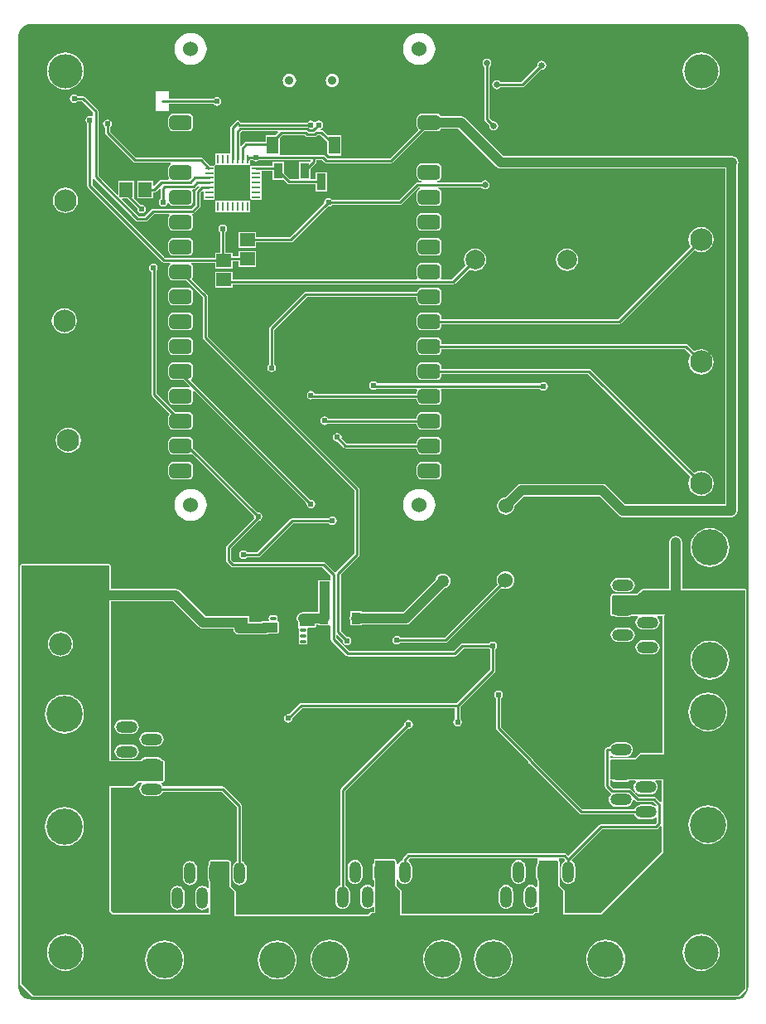
<source format=gbl>
G04 Layer_Physical_Order=2*
G04 Layer_Color=11436288*
%FSLAX24Y24*%
%MOIN*%
G70*
G01*
G75*
%ADD11R,0.0532X0.0610*%
%ADD20R,0.0610X0.0532*%
%ADD27R,0.0453X0.0709*%
%ADD29C,0.0098*%
%ADD30C,0.0197*%
%ADD31C,0.0100*%
%ADD32C,0.0394*%
G04:AMPARAMS|DCode=33|XSize=27.6mil|YSize=114.2mil|CornerRadius=6.9mil|HoleSize=0mil|Usage=FLASHONLY|Rotation=0.000|XOffset=0mil|YOffset=0mil|HoleType=Round|Shape=RoundedRectangle|*
%AMROUNDEDRECTD33*
21,1,0.0276,0.1004,0,0,0.0*
21,1,0.0138,0.1142,0,0,0.0*
1,1,0.0138,0.0069,-0.0502*
1,1,0.0138,-0.0069,-0.0502*
1,1,0.0138,-0.0069,0.0502*
1,1,0.0138,0.0069,0.0502*
%
%ADD33ROUNDEDRECTD33*%
G04:AMPARAMS|DCode=34|XSize=60mil|YSize=90mil|CornerRadius=15mil|HoleSize=0mil|Usage=FLASHONLY|Rotation=270.000|XOffset=0mil|YOffset=0mil|HoleType=Round|Shape=RoundedRectangle|*
%AMROUNDEDRECTD34*
21,1,0.0600,0.0600,0,0,270.0*
21,1,0.0300,0.0900,0,0,270.0*
1,1,0.0300,-0.0300,-0.0150*
1,1,0.0300,-0.0300,0.0150*
1,1,0.0300,0.0300,0.0150*
1,1,0.0300,0.0300,-0.0150*
%
%ADD34ROUNDEDRECTD34*%
%ADD35C,0.0600*%
%ADD36C,0.0787*%
%ADD37C,0.1000*%
%ADD38C,0.0354*%
%ADD39C,0.0906*%
%ADD40C,0.1457*%
%ADD41O,0.0866X0.0472*%
%ADD42O,0.0472X0.0866*%
%ADD43C,0.0240*%
%ADD44C,0.0500*%
%ADD45C,0.0236*%
%ADD46C,0.0256*%
%ADD47C,0.1378*%
%ADD48R,0.0354X0.0669*%
%ADD49R,0.0354X0.0630*%
%ADD50R,0.1280X0.1280*%
%ADD51R,0.0354X0.0098*%
%ADD52R,0.0098X0.0354*%
%ADD53R,0.0358X0.0480*%
G04:AMPARAMS|DCode=54|XSize=25.6mil|YSize=11.8mil|CornerRadius=3mil|HoleSize=0mil|Usage=FLASHONLY|Rotation=0.000|XOffset=0mil|YOffset=0mil|HoleType=Round|Shape=RoundedRectangle|*
%AMROUNDEDRECTD54*
21,1,0.0256,0.0059,0,0,0.0*
21,1,0.0197,0.0118,0,0,0.0*
1,1,0.0059,0.0098,-0.0030*
1,1,0.0059,-0.0098,-0.0030*
1,1,0.0059,-0.0098,0.0030*
1,1,0.0059,0.0098,0.0030*
%
%ADD54ROUNDEDRECTD54*%
%ADD55R,0.0394X0.0669*%
%ADD56R,0.0669X0.0394*%
%ADD57C,0.0063*%
%ADD58R,0.0630X0.0433*%
%ADD59R,0.0591X0.0394*%
%ADD60R,0.0748X0.0354*%
G36*
X38780Y49140D02*
D01*
X38829Y49135D01*
X38914Y49123D01*
X39039Y49072D01*
X39147Y48989D01*
X39229Y48882D01*
X39281Y48756D01*
X39292Y48670D01*
X39292Y48670D01*
X39298Y48622D01*
D01*
Y48622D01*
X39298D01*
X39298Y48572D01*
D01*
Y48572D01*
Y10483D01*
Y10482D01*
X39298Y10433D01*
D01*
X39292Y10386D01*
X39292Y10385D01*
X39281Y10299D01*
X39229Y10174D01*
X39147Y10066D01*
X39039Y9984D01*
X38914Y9932D01*
X38827Y9920D01*
X38780Y9915D01*
D01*
X38730Y9915D01*
X10483D01*
X10482D01*
X10433Y9915D01*
X10433D01*
X10386Y9920D01*
X10385Y9920D01*
X10299Y9932D01*
X10174Y9984D01*
X10066Y10066D01*
X9984Y10174D01*
X9932Y10299D01*
X9920Y10385D01*
X9915Y10433D01*
D01*
X9915Y10483D01*
Y48573D01*
Y48573D01*
X9915Y48622D01*
D01*
X9920Y48669D01*
X9920Y48670D01*
X9932Y48756D01*
X9984Y48882D01*
X10066Y48989D01*
X10174Y49072D01*
X10299Y49123D01*
X10385Y49135D01*
X10386Y49135D01*
X10433Y49140D01*
X10433D01*
X10483Y49140D01*
X10483D01*
X10483D01*
X38730D01*
X38780Y49140D01*
D02*
G37*
%LPC*%
G36*
X16856Y30449D02*
X16730Y30436D01*
X16609Y30400D01*
X16497Y30340D01*
X16400Y30260D01*
X16319Y30162D01*
X16260Y30051D01*
X16223Y29930D01*
X16211Y29804D01*
X16223Y29678D01*
X16260Y29557D01*
X16319Y29446D01*
X16400Y29348D01*
X16497Y29268D01*
X16609Y29208D01*
X16730Y29171D01*
X16856Y29159D01*
X16981Y29171D01*
X17102Y29208D01*
X17214Y29268D01*
X17311Y29348D01*
X17392Y29446D01*
X17451Y29557D01*
X17488Y29678D01*
X17500Y29804D01*
X17488Y29930D01*
X17451Y30051D01*
X17392Y30162D01*
X17311Y30260D01*
X17214Y30340D01*
X17102Y30400D01*
X16981Y30436D01*
X16856Y30449D01*
D02*
G37*
G36*
X26052D02*
X25927Y30436D01*
X25806Y30400D01*
X25694Y30340D01*
X25596Y30260D01*
X25516Y30162D01*
X25457Y30051D01*
X25420Y29930D01*
X25408Y29804D01*
X25420Y29678D01*
X25457Y29557D01*
X25516Y29446D01*
X25596Y29348D01*
X25694Y29268D01*
X25806Y29208D01*
X25927Y29171D01*
X26052Y29159D01*
X26178Y29171D01*
X26299Y29208D01*
X26411Y29268D01*
X26508Y29348D01*
X26589Y29446D01*
X26648Y29557D01*
X26685Y29678D01*
X26697Y29804D01*
X26685Y29930D01*
X26648Y30051D01*
X26589Y30162D01*
X26508Y30260D01*
X26411Y30340D01*
X26299Y30400D01*
X26178Y30436D01*
X26052Y30449D01*
D02*
G37*
G36*
X26754Y35537D02*
X26154D01*
X26075Y35521D01*
X26009Y35477D01*
X25964Y35410D01*
X25949Y35332D01*
Y35032D01*
X25964Y34953D01*
X26009Y34887D01*
X26075Y34842D01*
X26154Y34827D01*
X26754D01*
X26832Y34842D01*
X26899Y34887D01*
X26943Y34953D01*
X26959Y35032D01*
Y35080D01*
X32847D01*
X36979Y30947D01*
X36961Y30923D01*
X36911Y30801D01*
X36893Y30669D01*
X36911Y30538D01*
X36961Y30415D01*
X37042Y30310D01*
X37147Y30229D01*
X37270Y30178D01*
X37402Y30161D01*
X37533Y30178D01*
X37656Y30229D01*
X37761Y30310D01*
X37842Y30415D01*
X37893Y30538D01*
X37910Y30669D01*
X37893Y30801D01*
X37842Y30923D01*
X37761Y31029D01*
X37656Y31109D01*
X37533Y31160D01*
X37402Y31178D01*
X37270Y31160D01*
X37147Y31109D01*
X37124Y31092D01*
X32961Y35254D01*
X32928Y35276D01*
X32922Y35278D01*
X32889Y35284D01*
X26959D01*
Y35332D01*
X26943Y35410D01*
X26899Y35477D01*
X26832Y35521D01*
X26754Y35537D01*
D02*
G37*
G36*
X29528Y27138D02*
X29436Y27126D01*
X29350Y27090D01*
X29277Y27034D01*
X29221Y26961D01*
X29185Y26875D01*
X29173Y26783D01*
X29185Y26692D01*
X29216Y26617D01*
X27072Y24472D01*
X25295D01*
X25281Y24494D01*
X25224Y24531D01*
X25157Y24545D01*
X25091Y24531D01*
X25034Y24494D01*
X24996Y24437D01*
X24983Y24370D01*
X24996Y24303D01*
X25034Y24247D01*
X25091Y24209D01*
X25157Y24195D01*
X25224Y24209D01*
X25281Y24247D01*
X25295Y24268D01*
X27114D01*
X27147Y24274D01*
X27153Y24276D01*
X27187Y24298D01*
X29361Y26472D01*
X29436Y26441D01*
X29528Y26429D01*
X29619Y26441D01*
X29705Y26477D01*
X29778Y26533D01*
X29834Y26606D01*
X29870Y26692D01*
X29882Y26783D01*
X29870Y26875D01*
X29834Y26961D01*
X29778Y27034D01*
X29705Y27090D01*
X29619Y27126D01*
X29528Y27138D01*
D02*
G37*
G36*
X37748Y28874D02*
X37595Y28859D01*
X37448Y28814D01*
X37313Y28742D01*
X37194Y28644D01*
X37097Y28526D01*
X37024Y28390D01*
X36980Y28243D01*
X36965Y28091D01*
X36980Y27938D01*
X37024Y27791D01*
X37097Y27655D01*
X37194Y27537D01*
X37313Y27439D01*
X37448Y27367D01*
X37595Y27322D01*
X37748Y27307D01*
X37901Y27322D01*
X38048Y27367D01*
X38183Y27439D01*
X38302Y27537D01*
X38399Y27655D01*
X38472Y27791D01*
X38516Y27938D01*
X38531Y28091D01*
X38516Y28243D01*
X38472Y28390D01*
X38399Y28526D01*
X38302Y28644D01*
X38183Y28742D01*
X38048Y28814D01*
X37901Y28859D01*
X37748Y28874D01*
D02*
G37*
G36*
X22559Y29348D02*
X22492Y29335D01*
X22436Y29297D01*
X22421Y29276D01*
X20945D01*
X20906Y29268D01*
X20872Y29246D01*
X19525Y27898D01*
X19114D01*
X19100Y27919D01*
X19043Y27957D01*
X18976Y27970D01*
X18910Y27957D01*
X18853Y27919D01*
X18815Y27862D01*
X18802Y27795D01*
X18815Y27728D01*
X18853Y27672D01*
X18910Y27634D01*
X18976Y27621D01*
X19043Y27634D01*
X19100Y27672D01*
X19114Y27693D01*
X19567D01*
X19606Y27701D01*
X19639Y27723D01*
X20987Y29071D01*
X22421D01*
X22436Y29050D01*
X22492Y29012D01*
X22559Y28999D01*
X22626Y29012D01*
X22683Y29050D01*
X22720Y29106D01*
X22734Y29173D01*
X22720Y29240D01*
X22683Y29297D01*
X22626Y29335D01*
X22559Y29348D01*
D02*
G37*
G36*
X16754Y31537D02*
X16154D01*
X16075Y31521D01*
X16009Y31477D01*
X15964Y31410D01*
X15949Y31332D01*
Y31032D01*
X15964Y30953D01*
X16009Y30887D01*
X16075Y30842D01*
X16154Y30827D01*
X16754D01*
X16832Y30842D01*
X16899Y30887D01*
X16943Y30953D01*
X16959Y31032D01*
Y31332D01*
X16943Y31410D01*
X16899Y31477D01*
X16832Y31521D01*
X16754Y31537D01*
D02*
G37*
G36*
X15354Y39505D02*
X15288Y39492D01*
X15231Y39454D01*
X15193Y39398D01*
X15180Y39331D01*
X15193Y39264D01*
X15231Y39207D01*
X15288Y39169D01*
X15291Y39169D01*
Y34242D01*
X15298Y34209D01*
X15299Y34203D01*
X15321Y34170D01*
X16009Y33482D01*
X16009Y33477D01*
X15964Y33410D01*
X15949Y33332D01*
Y33032D01*
X15964Y32953D01*
X16009Y32887D01*
X16075Y32842D01*
X16154Y32827D01*
X16754D01*
X16832Y32842D01*
X16899Y32887D01*
X16943Y32953D01*
X16959Y33032D01*
Y33332D01*
X16943Y33410D01*
X16899Y33477D01*
X16832Y33521D01*
X16754Y33537D01*
X16244D01*
X15496Y34285D01*
Y39235D01*
X15516Y39264D01*
X15529Y39331D01*
X15516Y39398D01*
X15478Y39454D01*
X15421Y39492D01*
X15354Y39505D01*
D02*
G37*
G36*
X26754Y33537D02*
X26154D01*
X26075Y33521D01*
X26009Y33477D01*
X25964Y33410D01*
X25949Y33332D01*
Y33284D01*
X22386D01*
X22368Y33312D01*
X22311Y33350D01*
X22244Y33364D01*
X22177Y33350D01*
X22121Y33312D01*
X22083Y33256D01*
X22069Y33189D01*
X22083Y33122D01*
X22121Y33066D01*
X22177Y33028D01*
X22244Y33014D01*
X22311Y33028D01*
X22368Y33066D01*
X22377Y33080D01*
X25949D01*
Y33032D01*
X25964Y32953D01*
X26009Y32887D01*
X26075Y32842D01*
X26154Y32827D01*
X26754D01*
X26832Y32842D01*
X26899Y32887D01*
X26943Y32953D01*
X26959Y33032D01*
Y33332D01*
X26943Y33410D01*
X26899Y33477D01*
X26832Y33521D01*
X26754Y33537D01*
D02*
G37*
G36*
X24213Y34781D02*
X24146Y34768D01*
X24089Y34730D01*
X24051Y34673D01*
X24038Y34606D01*
X24051Y34539D01*
X24089Y34483D01*
X24146Y34445D01*
X24213Y34432D01*
X24279Y34445D01*
X24332Y34480D01*
X25951D01*
X25977Y34430D01*
X25964Y34410D01*
X25949Y34332D01*
Y34284D01*
X21851D01*
X21816Y34336D01*
X21760Y34374D01*
X21693Y34387D01*
X21626Y34374D01*
X21569Y34336D01*
X21532Y34279D01*
X21518Y34213D01*
X21532Y34146D01*
X21569Y34089D01*
X21626Y34051D01*
X21693Y34038D01*
X21760Y34051D01*
X21802Y34080D01*
X25949D01*
Y34032D01*
X25964Y33953D01*
X26009Y33887D01*
X26075Y33842D01*
X26154Y33827D01*
X26754D01*
X26832Y33842D01*
X26899Y33887D01*
X26943Y33953D01*
X26959Y34032D01*
Y34332D01*
X26943Y34410D01*
X26930Y34430D01*
X26957Y34480D01*
X30915D01*
X30940Y34443D01*
X30996Y34406D01*
X31063Y34392D01*
X31130Y34406D01*
X31186Y34443D01*
X31224Y34500D01*
X31238Y34567D01*
X31224Y34634D01*
X31186Y34690D01*
X31130Y34728D01*
X31063Y34742D01*
X30996Y34728D01*
X30940Y34690D01*
X30936Y34685D01*
X24366D01*
X24336Y34730D01*
X24279Y34768D01*
X24213Y34781D01*
D02*
G37*
G36*
X26754Y31537D02*
X26154D01*
X26075Y31521D01*
X26009Y31477D01*
X25964Y31410D01*
X25949Y31332D01*
Y31032D01*
X25964Y30953D01*
X26009Y30887D01*
X26075Y30842D01*
X26154Y30827D01*
X26754D01*
X26832Y30842D01*
X26899Y30887D01*
X26943Y30953D01*
X26959Y31032D01*
Y31332D01*
X26943Y31410D01*
X26899Y31477D01*
X26832Y31521D01*
X26754Y31537D01*
D02*
G37*
G36*
X22756Y32694D02*
X22689Y32681D01*
X22632Y32643D01*
X22595Y32587D01*
X22581Y32520D01*
X22595Y32453D01*
X22632Y32396D01*
X22689Y32358D01*
X22756Y32345D01*
X22781Y32350D01*
X23021Y32110D01*
X23043Y32095D01*
X23055Y32087D01*
X23055D01*
X23055Y32087D01*
X23065Y32085D01*
X23094Y32080D01*
X25949D01*
Y32032D01*
X25964Y31953D01*
X26009Y31887D01*
X26075Y31842D01*
X26154Y31827D01*
X26754D01*
X26832Y31842D01*
X26899Y31887D01*
X26943Y31953D01*
X26959Y32032D01*
Y32332D01*
X26943Y32410D01*
X26899Y32477D01*
X26832Y32521D01*
X26754Y32537D01*
X26154D01*
X26075Y32521D01*
X26009Y32477D01*
X25964Y32410D01*
X25949Y32332D01*
Y32284D01*
X23136D01*
X22926Y32495D01*
X22931Y32520D01*
X22917Y32587D01*
X22879Y32643D01*
X22823Y32681D01*
X22756Y32694D01*
D02*
G37*
G36*
X11929Y32910D02*
X11798Y32893D01*
X11675Y32842D01*
X11570Y32761D01*
X11489Y32656D01*
X11438Y32533D01*
X11421Y32402D01*
X11438Y32270D01*
X11489Y32147D01*
X11570Y32042D01*
X11675Y31961D01*
X11798Y31911D01*
X11929Y31893D01*
X12061Y31911D01*
X12183Y31961D01*
X12289Y32042D01*
X12369Y32147D01*
X12420Y32270D01*
X12437Y32402D01*
X12420Y32533D01*
X12369Y32656D01*
X12289Y32761D01*
X12183Y32842D01*
X12061Y32893D01*
X11929Y32910D01*
D02*
G37*
G36*
X34445Y26867D02*
X34051D01*
X33976Y26857D01*
X33906Y26828D01*
X33846Y26782D01*
X33800Y26722D01*
X33771Y26652D01*
X33761Y26577D01*
X33771Y26502D01*
X33800Y26432D01*
X33846Y26372D01*
X33906Y26326D01*
X33976Y26297D01*
X34051Y26287D01*
X34445D01*
X34520Y26297D01*
X34590Y26326D01*
X34650Y26372D01*
X34696Y26432D01*
X34725Y26502D01*
X34735Y26577D01*
X34725Y26652D01*
X34696Y26722D01*
X34650Y26782D01*
X34590Y26828D01*
X34520Y26857D01*
X34445Y26867D01*
D02*
G37*
G36*
X23474Y15530D02*
X23399Y15520D01*
X23329Y15491D01*
X23269Y15445D01*
X23223Y15385D01*
X23194Y15315D01*
X23185Y15240D01*
Y14846D01*
X23194Y14771D01*
X23223Y14702D01*
X23269Y14641D01*
X23329Y14595D01*
X23399Y14566D01*
X23474Y14557D01*
X23549Y14566D01*
X23619Y14595D01*
X23679Y14641D01*
X23725Y14702D01*
X23754Y14771D01*
X23764Y14846D01*
Y15240D01*
X23754Y15315D01*
X23725Y15385D01*
X23679Y15445D01*
X23619Y15491D01*
X23549Y15520D01*
X23474Y15530D01*
D02*
G37*
G36*
X30049D02*
X29974Y15520D01*
X29904Y15491D01*
X29844Y15445D01*
X29798Y15385D01*
X29769Y15315D01*
X29759Y15240D01*
Y14846D01*
X29769Y14771D01*
X29798Y14702D01*
X29844Y14641D01*
X29904Y14595D01*
X29974Y14566D01*
X30049Y14557D01*
X30124Y14566D01*
X30194Y14595D01*
X30254Y14641D01*
X30300Y14702D01*
X30329Y14771D01*
X30339Y14846D01*
Y15240D01*
X30329Y15315D01*
X30300Y15385D01*
X30254Y15445D01*
X30194Y15491D01*
X30124Y15520D01*
X30049Y15530D01*
D02*
G37*
G36*
X14476Y20174D02*
X14083D01*
X14008Y20164D01*
X13938Y20135D01*
X13878Y20089D01*
X13832Y20029D01*
X13803Y19959D01*
X13793Y19884D01*
X13803Y19809D01*
X13832Y19739D01*
X13878Y19679D01*
X13938Y19633D01*
X14008Y19604D01*
X14083Y19594D01*
X14476D01*
X14551Y19604D01*
X14621Y19633D01*
X14681Y19679D01*
X14727Y19739D01*
X14756Y19809D01*
X14766Y19884D01*
X14756Y19959D01*
X14727Y20029D01*
X14681Y20089D01*
X14621Y20135D01*
X14551Y20164D01*
X14476Y20174D01*
D02*
G37*
G36*
X16321Y14491D02*
X16246Y14481D01*
X16176Y14452D01*
X16116Y14406D01*
X16070Y14346D01*
X16041Y14276D01*
X16031Y14201D01*
Y13807D01*
X16041Y13732D01*
X16070Y13662D01*
X16116Y13602D01*
X16176Y13556D01*
X16246Y13527D01*
X16321Y13517D01*
X16396Y13527D01*
X16466Y13556D01*
X16526Y13602D01*
X16572Y13662D01*
X16601Y13732D01*
X16611Y13807D01*
Y14201D01*
X16601Y14276D01*
X16572Y14346D01*
X16526Y14406D01*
X16466Y14452D01*
X16396Y14481D01*
X16321Y14491D01*
D02*
G37*
G36*
X29549Y14530D02*
X29474Y14520D01*
X29404Y14491D01*
X29344Y14445D01*
X29298Y14385D01*
X29269Y14315D01*
X29259Y14240D01*
Y13846D01*
X29269Y13771D01*
X29298Y13702D01*
X29344Y13641D01*
X29404Y13595D01*
X29474Y13566D01*
X29549Y13557D01*
X29624Y13566D01*
X29694Y13595D01*
X29754Y13641D01*
X29800Y13702D01*
X29829Y13771D01*
X29839Y13846D01*
Y14240D01*
X29829Y14315D01*
X29800Y14385D01*
X29754Y14445D01*
X29694Y14491D01*
X29624Y14520D01*
X29549Y14530D01*
D02*
G37*
G36*
X16821Y15491D02*
X16746Y15481D01*
X16676Y15452D01*
X16616Y15406D01*
X16570Y15346D01*
X16541Y15276D01*
X16531Y15201D01*
Y14807D01*
X16541Y14732D01*
X16570Y14662D01*
X16616Y14602D01*
X16676Y14556D01*
X16746Y14527D01*
X16821Y14517D01*
X16896Y14527D01*
X16966Y14556D01*
X17026Y14602D01*
X17072Y14662D01*
X17101Y14732D01*
X17111Y14807D01*
Y15201D01*
X17101Y15276D01*
X17072Y15346D01*
X17026Y15406D01*
X16966Y15452D01*
X16896Y15481D01*
X16821Y15491D01*
D02*
G37*
G36*
X15476Y20674D02*
X15083D01*
X15008Y20664D01*
X14938Y20635D01*
X14878Y20589D01*
X14832Y20529D01*
X14803Y20459D01*
X14793Y20384D01*
X14803Y20309D01*
X14832Y20239D01*
X14878Y20179D01*
X14938Y20133D01*
X15008Y20104D01*
X15083Y20094D01*
X15476D01*
X15551Y20104D01*
X15621Y20133D01*
X15681Y20179D01*
X15727Y20239D01*
X15756Y20309D01*
X15766Y20384D01*
X15756Y20459D01*
X15727Y20529D01*
X15681Y20589D01*
X15621Y20635D01*
X15551Y20664D01*
X15476Y20674D01*
D02*
G37*
G36*
X34445Y24867D02*
X34051D01*
X33976Y24857D01*
X33906Y24828D01*
X33846Y24782D01*
X33800Y24722D01*
X33771Y24652D01*
X33761Y24577D01*
X33771Y24502D01*
X33800Y24432D01*
X33846Y24372D01*
X33906Y24326D01*
X33976Y24297D01*
X34051Y24287D01*
X34445D01*
X34520Y24297D01*
X34590Y24326D01*
X34650Y24372D01*
X34696Y24432D01*
X34725Y24502D01*
X34735Y24577D01*
X34725Y24652D01*
X34696Y24722D01*
X34650Y24782D01*
X34590Y24828D01*
X34520Y24857D01*
X34445Y24867D01*
D02*
G37*
G36*
X36378Y28560D02*
X36281Y28541D01*
X36199Y28486D01*
X36144Y28404D01*
X36125Y28307D01*
Y26433D01*
X35039D01*
X35000Y26417D01*
X34914Y26331D01*
X34906Y26328D01*
X34846Y26282D01*
X34811Y26237D01*
X33858D01*
X33819Y26220D01*
X33780Y26181D01*
X33763Y26142D01*
Y25593D01*
X33761Y25577D01*
X33763Y25560D01*
Y25394D01*
X33780Y25355D01*
X33819Y25338D01*
X33890D01*
X33906Y25326D01*
X33976Y25297D01*
X34051Y25287D01*
X34445D01*
X34520Y25297D01*
X34590Y25326D01*
X34606Y25338D01*
X34838D01*
X34855Y25288D01*
X34846Y25282D01*
X34800Y25222D01*
X34771Y25152D01*
X34761Y25077D01*
X34771Y25002D01*
X34800Y24932D01*
X34846Y24872D01*
X34906Y24826D01*
X34976Y24797D01*
X35051Y24787D01*
X35445D01*
X35520Y24797D01*
X35590Y24826D01*
X35650Y24872D01*
X35696Y24932D01*
X35725Y25002D01*
X35735Y25077D01*
X35725Y25152D01*
X35696Y25222D01*
X35650Y25282D01*
X35641Y25288D01*
X35658Y25338D01*
X35850D01*
Y19819D01*
X34961D01*
X34921Y19803D01*
X34835Y19717D01*
X34828Y19714D01*
X34767Y19668D01*
X34733Y19622D01*
X33780D01*
X33733Y19657D01*
Y19725D01*
X33783Y19746D01*
X33828Y19712D01*
X33897Y19683D01*
X33972Y19673D01*
X34366D01*
X34441Y19683D01*
X34511Y19712D01*
X34571Y19758D01*
X34617Y19818D01*
X34646Y19888D01*
X34656Y19963D01*
X34646Y20038D01*
X34617Y20108D01*
X34571Y20168D01*
X34511Y20214D01*
X34441Y20243D01*
X34366Y20252D01*
X33972D01*
X33897Y20243D01*
X33828Y20214D01*
X33767Y20168D01*
X33721Y20108D01*
X33701Y20057D01*
X33628Y20056D01*
X33609Y20052D01*
X33591Y20048D01*
X33590Y20047D01*
X33589Y20047D01*
X33573Y20036D01*
X33557Y20026D01*
X33557Y20025D01*
X33556Y20024D01*
X33545Y20008D01*
X33535Y19992D01*
X33535Y19991D01*
X33534Y19990D01*
X33531Y19971D01*
X33527Y19953D01*
Y18500D01*
X33535Y18461D01*
X33557Y18427D01*
X33747Y18237D01*
X33762Y18227D01*
X33770Y18170D01*
X33767Y18168D01*
X33721Y18108D01*
X33692Y18038D01*
X33683Y17963D01*
X33692Y17888D01*
X33721Y17818D01*
X33767Y17758D01*
X33828Y17712D01*
X33897Y17683D01*
X33972Y17673D01*
X34366D01*
X34441Y17683D01*
X34511Y17712D01*
X34571Y17758D01*
X34617Y17818D01*
X34646Y17888D01*
X34653Y17940D01*
X34705Y17959D01*
X34777Y17887D01*
X34811Y17865D01*
X34850Y17857D01*
X35467D01*
X35595Y17729D01*
X35597Y17718D01*
X35595Y17713D01*
X35535Y17695D01*
X35511Y17714D01*
X35441Y17743D01*
X35366Y17752D01*
X34972D01*
X34897Y17743D01*
X34828Y17714D01*
X34767Y17668D01*
X34721Y17608D01*
X34704Y17565D01*
X32619D01*
X30653Y19531D01*
X30646Y19567D01*
X30624Y19600D01*
X29354Y20869D01*
Y22028D01*
X29375Y22042D01*
X29413Y22099D01*
X29427Y22165D01*
X29413Y22232D01*
X29375Y22289D01*
X29319Y22327D01*
X29252Y22340D01*
X29185Y22327D01*
X29128Y22289D01*
X29091Y22232D01*
X29077Y22165D01*
X29091Y22099D01*
X29128Y22042D01*
X29150Y22028D01*
Y20827D01*
X29156Y20794D01*
X29157Y20788D01*
X29180Y20754D01*
X30450Y19484D01*
X30455Y19457D01*
X30457Y19449D01*
X30479Y19416D01*
X32504Y17390D01*
X32538Y17368D01*
X32577Y17360D01*
X34704D01*
X34721Y17318D01*
X34767Y17258D01*
X34828Y17212D01*
X34897Y17183D01*
X34972Y17173D01*
X35366D01*
X35441Y17183D01*
X35511Y17212D01*
X35567Y17254D01*
X35601Y17248D01*
X35617Y17242D01*
Y17043D01*
X35552Y16978D01*
X33374D01*
X33335Y16970D01*
X33301Y16948D01*
X32049Y15696D01*
X31982Y15763D01*
X31949Y15785D01*
X31909Y15793D01*
X25625D01*
X25586Y15785D01*
X25552Y15763D01*
X25401Y15612D01*
X25379Y15579D01*
X25371Y15539D01*
Y15509D01*
X25329Y15491D01*
X25269Y15445D01*
X25223Y15385D01*
X25194Y15315D01*
X25185Y15240D01*
Y14846D01*
X25194Y14771D01*
X25223Y14702D01*
X25269Y14641D01*
X25329Y14595D01*
X25399Y14566D01*
X25474Y14557D01*
X25549Y14566D01*
X25619Y14595D01*
X25679Y14641D01*
X25725Y14702D01*
X25754Y14771D01*
X25764Y14846D01*
Y15240D01*
X25754Y15315D01*
X25725Y15385D01*
X25679Y15445D01*
X25633Y15481D01*
X25620Y15539D01*
X25668Y15587D01*
X30797D01*
X30821Y15537D01*
X30811Y15512D01*
Y15401D01*
X30798Y15385D01*
X30769Y15315D01*
X30759Y15240D01*
Y14846D01*
X30769Y14771D01*
X30798Y14702D01*
X30811Y14685D01*
Y14454D01*
X30761Y14437D01*
X30754Y14445D01*
X30694Y14491D01*
X30624Y14520D01*
X30549Y14530D01*
X30474Y14520D01*
X30404Y14491D01*
X30344Y14445D01*
X30298Y14385D01*
X30269Y14315D01*
X30259Y14240D01*
Y13846D01*
X30269Y13771D01*
X30298Y13702D01*
X30344Y13641D01*
X30404Y13595D01*
X30474Y13566D01*
X30549Y13557D01*
X30624Y13566D01*
X30694Y13595D01*
X30754Y13641D01*
X30761Y13650D01*
X30811Y13633D01*
Y13441D01*
X30709D01*
X30669Y13425D01*
X30607Y13362D01*
X25338D01*
X25331Y13369D01*
Y14291D01*
X25315Y14331D01*
X25134Y14511D01*
Y15472D01*
X25118Y15512D01*
X25079Y15551D01*
X25039Y15567D01*
X24291D01*
X24252Y15551D01*
X24236Y15512D01*
Y15401D01*
X24223Y15385D01*
X24194Y15315D01*
X24185Y15240D01*
Y14846D01*
X24194Y14771D01*
X24223Y14702D01*
X24236Y14685D01*
Y14454D01*
X24186Y14437D01*
X24179Y14445D01*
X24119Y14491D01*
X24049Y14520D01*
X23974Y14530D01*
X23899Y14520D01*
X23829Y14491D01*
X23769Y14445D01*
X23723Y14385D01*
X23694Y14315D01*
X23685Y14240D01*
Y13846D01*
X23694Y13771D01*
X23723Y13702D01*
X23769Y13641D01*
X23829Y13595D01*
X23899Y13566D01*
X23974Y13557D01*
X24049Y13566D01*
X24119Y13595D01*
X24179Y13641D01*
X24186Y13650D01*
X24236Y13633D01*
Y13441D01*
X24134D01*
X24095Y13425D01*
X23993Y13323D01*
X18684D01*
X18677Y13330D01*
Y14252D01*
X18661Y14291D01*
X18481Y14472D01*
Y15433D01*
X18464Y15472D01*
X18425Y15512D01*
X18386Y15528D01*
X17638D01*
X17599Y15512D01*
X17582Y15472D01*
Y15362D01*
X17570Y15346D01*
X17541Y15276D01*
X17531Y15201D01*
Y14807D01*
X17541Y14732D01*
X17570Y14662D01*
X17582Y14646D01*
Y14414D01*
X17532Y14397D01*
X17526Y14406D01*
X17466Y14452D01*
X17396Y14481D01*
X17321Y14491D01*
X17246Y14481D01*
X17176Y14452D01*
X17116Y14406D01*
X17070Y14346D01*
X17041Y14276D01*
X17031Y14201D01*
Y13807D01*
X17041Y13732D01*
X17070Y13662D01*
X17116Y13602D01*
X17176Y13556D01*
X17246Y13527D01*
X17321Y13517D01*
X17396Y13527D01*
X17466Y13556D01*
X17526Y13602D01*
X17532Y13611D01*
X17582Y13594D01*
Y13402D01*
X13724D01*
X13638Y13488D01*
Y18449D01*
X14528D01*
X14567Y18465D01*
X14747Y18645D01*
X14869D01*
X14886Y18595D01*
X14878Y18589D01*
X14832Y18529D01*
X14803Y18459D01*
X14793Y18384D01*
X14803Y18309D01*
X14832Y18239D01*
X14878Y18179D01*
X14938Y18133D01*
X15008Y18104D01*
X15083Y18094D01*
X15476D01*
X15551Y18104D01*
X15621Y18133D01*
X15681Y18179D01*
X15727Y18239D01*
X15745Y18281D01*
X18103D01*
X18718Y17666D01*
Y15469D01*
X18676Y15452D01*
X18616Y15406D01*
X18570Y15346D01*
X18541Y15276D01*
X18531Y15201D01*
Y14807D01*
X18541Y14732D01*
X18570Y14662D01*
X18616Y14602D01*
X18676Y14556D01*
X18746Y14527D01*
X18821Y14517D01*
X18896Y14527D01*
X18966Y14556D01*
X19026Y14602D01*
X19072Y14662D01*
X19101Y14732D01*
X19111Y14807D01*
Y15201D01*
X19101Y15276D01*
X19072Y15346D01*
X19026Y15406D01*
X18966Y15452D01*
X18924Y15469D01*
Y17709D01*
X18916Y17749D01*
X18894Y17782D01*
X18219Y18457D01*
X18186Y18479D01*
X18146Y18487D01*
X15745D01*
X15727Y18529D01*
X15681Y18589D01*
X15673Y18595D01*
X15690Y18645D01*
X15709D01*
X15748Y18662D01*
X15787Y18701D01*
X15803Y18740D01*
Y19488D01*
X15787Y19527D01*
X15748Y19544D01*
X15716D01*
X15681Y19589D01*
X15621Y19635D01*
X15551Y19664D01*
X15476Y19674D01*
X15083D01*
X15008Y19664D01*
X14938Y19635D01*
X14878Y19589D01*
X14843Y19544D01*
X13645D01*
X13638Y19551D01*
Y25928D01*
X16155D01*
X17183Y24900D01*
X17265Y24845D01*
X17362Y24826D01*
X18569D01*
X18585Y24746D01*
X18640Y24664D01*
X18722Y24609D01*
X18819Y24590D01*
X19843D01*
X19939Y24609D01*
X19970Y24630D01*
X20354D01*
X20394Y24646D01*
X20410Y24685D01*
Y25079D01*
X20394Y25118D01*
X20371Y25127D01*
X20352Y25172D01*
X20351Y25184D01*
X20352Y25185D01*
X20358Y25217D01*
Y25276D01*
X20352Y25307D01*
X20334Y25334D01*
X20307Y25352D01*
X20276Y25358D01*
X20079D01*
X20047Y25352D01*
X20021Y25334D01*
X20003Y25307D01*
X19996Y25276D01*
Y25217D01*
X20003Y25185D01*
X20003Y25184D01*
X19977Y25134D01*
X19885D01*
X19882Y25135D01*
X19879Y25134D01*
X19764D01*
X19725Y25118D01*
X19715Y25095D01*
X19205D01*
Y25328D01*
X18843D01*
X18819Y25333D01*
X18813Y25332D01*
X17467D01*
X16439Y26360D01*
X16357Y26415D01*
X16260Y26434D01*
X13638D01*
Y27362D01*
X13622Y27401D01*
X13583Y27418D01*
X10039D01*
X10000Y27401D01*
X9984Y27362D01*
Y10551D01*
X9995Y10523D01*
X10000Y10512D01*
X10473Y10040D01*
X10512Y10023D01*
X38898D01*
X38937Y10040D01*
X39212Y10315D01*
X39229Y10354D01*
Y26378D01*
X39212Y26417D01*
X39173Y26433D01*
X36631D01*
Y28307D01*
X36612Y28404D01*
X36557Y28486D01*
X36475Y28541D01*
X36378Y28560D01*
D02*
G37*
G36*
X27008Y27048D02*
X26929Y27038D01*
X26856Y27007D01*
X26793Y26959D01*
X26745Y26896D01*
X26714Y26823D01*
X26712Y26806D01*
X25408Y25502D01*
X23741D01*
Y25540D01*
X23280D01*
Y25351D01*
X23277Y25346D01*
X23257Y25249D01*
X23277Y25152D01*
X23280Y25147D01*
Y24957D01*
X23741D01*
Y24996D01*
X25513D01*
X25609Y25015D01*
X25691Y25070D01*
X27070Y26448D01*
X27087Y26451D01*
X27160Y26481D01*
X27223Y26529D01*
X27271Y26592D01*
X27301Y26665D01*
X27312Y26744D01*
X27301Y26823D01*
X27271Y26896D01*
X27223Y26959D01*
X27160Y27007D01*
X27087Y27038D01*
X27008Y27048D01*
D02*
G37*
G36*
X14476Y21174D02*
X14083D01*
X14008Y21164D01*
X13938Y21135D01*
X13878Y21089D01*
X13832Y21029D01*
X13803Y20959D01*
X13793Y20884D01*
X13803Y20809D01*
X13832Y20739D01*
X13878Y20679D01*
X13938Y20633D01*
X14008Y20604D01*
X14083Y20594D01*
X14476D01*
X14551Y20604D01*
X14621Y20633D01*
X14681Y20679D01*
X14727Y20739D01*
X14756Y20809D01*
X14766Y20884D01*
X14756Y20959D01*
X14727Y21029D01*
X14681Y21089D01*
X14621Y21135D01*
X14551Y21164D01*
X14476Y21174D01*
D02*
G37*
G36*
X25630Y21159D02*
X25563Y21146D01*
X25506Y21108D01*
X25469Y21051D01*
X25455Y20984D01*
X25460Y20959D01*
X22902Y18401D01*
X22880Y18368D01*
X22879Y18361D01*
X22872Y18329D01*
Y14509D01*
X22829Y14491D01*
X22769Y14445D01*
X22723Y14385D01*
X22694Y14315D01*
X22685Y14240D01*
Y13846D01*
X22694Y13771D01*
X22723Y13702D01*
X22769Y13641D01*
X22829Y13595D01*
X22899Y13566D01*
X22974Y13557D01*
X23049Y13566D01*
X23119Y13595D01*
X23179Y13641D01*
X23225Y13702D01*
X23254Y13771D01*
X23264Y13846D01*
Y14240D01*
X23254Y14315D01*
X23225Y14385D01*
X23179Y14445D01*
X23119Y14491D01*
X23077Y14509D01*
Y18286D01*
X25605Y20815D01*
X25630Y20810D01*
X25697Y20823D01*
X25753Y20861D01*
X25791Y20917D01*
X25805Y20984D01*
X25791Y21051D01*
X25753Y21108D01*
X25697Y21146D01*
X25630Y21159D01*
D02*
G37*
G36*
X35445Y24367D02*
X35051D01*
X34976Y24357D01*
X34906Y24328D01*
X34846Y24282D01*
X34800Y24222D01*
X34771Y24152D01*
X34761Y24077D01*
X34771Y24002D01*
X34800Y23932D01*
X34846Y23872D01*
X34906Y23826D01*
X34976Y23797D01*
X35051Y23787D01*
X35445D01*
X35520Y23797D01*
X35590Y23826D01*
X35650Y23872D01*
X35696Y23932D01*
X35725Y24002D01*
X35735Y24077D01*
X35725Y24152D01*
X35696Y24222D01*
X35650Y24282D01*
X35590Y24328D01*
X35520Y24357D01*
X35445Y24367D01*
D02*
G37*
G36*
X16754Y35537D02*
X16154D01*
X16075Y35521D01*
X16009Y35477D01*
X15964Y35410D01*
X15949Y35332D01*
Y35032D01*
X15964Y34953D01*
X16009Y34887D01*
X16075Y34842D01*
X16154Y34827D01*
X16564D01*
X16815Y34576D01*
X16790Y34530D01*
X16754Y34537D01*
X16154D01*
X16075Y34521D01*
X16009Y34477D01*
X15964Y34410D01*
X15949Y34332D01*
Y34032D01*
X15964Y33953D01*
X16009Y33887D01*
X16075Y33842D01*
X16154Y33827D01*
X16754D01*
X16832Y33842D01*
X16899Y33887D01*
X16943Y33953D01*
X16959Y34032D01*
Y34332D01*
X16952Y34368D01*
X16998Y34393D01*
X21523Y29867D01*
X21518Y29843D01*
X21532Y29776D01*
X21569Y29719D01*
X21626Y29681D01*
X21693Y29668D01*
X21760Y29681D01*
X21816Y29719D01*
X21854Y29776D01*
X21868Y29843D01*
X21854Y29909D01*
X21816Y29966D01*
X21760Y30004D01*
X21693Y30017D01*
X21668Y30012D01*
X16864Y34817D01*
X16868Y34866D01*
X16899Y34887D01*
X16943Y34953D01*
X16959Y35032D01*
Y35332D01*
X16943Y35410D01*
X16899Y35477D01*
X16832Y35521D01*
X16754Y35537D01*
D02*
G37*
G36*
X28780Y47742D02*
X28710Y47728D01*
X28650Y47688D01*
X28611Y47629D01*
X28597Y47559D01*
X28611Y47489D01*
X28650Y47430D01*
X28677Y47412D01*
Y45315D01*
X28684Y45282D01*
X28685Y45276D01*
X28707Y45243D01*
X28879Y45071D01*
X28872Y45039D01*
X28886Y44969D01*
X28926Y44910D01*
X28985Y44871D01*
X29055Y44857D01*
X29125Y44871D01*
X29184Y44910D01*
X29224Y44969D01*
X29238Y45039D01*
X29224Y45109D01*
X29184Y45169D01*
X29125Y45208D01*
X29055Y45222D01*
X29024Y45216D01*
X28882Y45357D01*
Y47412D01*
X28909Y47430D01*
X28948Y47489D01*
X28962Y47559D01*
X28948Y47629D01*
X28909Y47688D01*
X28849Y47728D01*
X28780Y47742D01*
D02*
G37*
G36*
X12165Y46316D02*
X12099Y46303D01*
X12042Y46265D01*
X12004Y46209D01*
X11991Y46142D01*
X12004Y46075D01*
X12042Y46018D01*
X12099Y45980D01*
X12165Y45967D01*
X12232Y45980D01*
X12289Y46018D01*
X12303Y46039D01*
X12477D01*
X12929Y45588D01*
Y45452D01*
X12879Y45426D01*
X12862Y45437D01*
X12795Y45450D01*
X12728Y45437D01*
X12672Y45399D01*
X12634Y45342D01*
X12621Y45276D01*
X12634Y45209D01*
X12672Y45152D01*
X12693Y45138D01*
Y42638D01*
X12701Y42599D01*
X12723Y42565D01*
X15715Y39573D01*
X15748Y39551D01*
X15755Y39550D01*
X15787Y39543D01*
X16018D01*
X16033Y39493D01*
X16009Y39477D01*
X15964Y39410D01*
X15949Y39332D01*
Y39032D01*
X15964Y38953D01*
X16009Y38887D01*
X16075Y38842D01*
X16154Y38827D01*
X16664D01*
X17339Y38152D01*
Y36535D01*
X17345Y36503D01*
X17346Y36496D01*
X17369Y36463D01*
X23441Y30391D01*
Y27838D01*
X22723Y27120D01*
X22716Y27109D01*
X22714Y27106D01*
X22707Y27102D01*
X22661Y27096D01*
X22653Y27098D01*
X22277Y27474D01*
X22244Y27496D01*
X22237Y27497D01*
X22205Y27504D01*
X18586D01*
X18488Y27601D01*
Y28068D01*
X19579Y29158D01*
X19634Y29169D01*
X19690Y29207D01*
X19728Y29264D01*
X19742Y29331D01*
X19728Y29398D01*
X19690Y29454D01*
X19634Y29492D01*
X19567Y29505D01*
X19542Y29500D01*
X16959Y32083D01*
Y32332D01*
X16943Y32410D01*
X16899Y32477D01*
X16832Y32521D01*
X16754Y32537D01*
X16154D01*
X16075Y32521D01*
X16009Y32477D01*
X15964Y32410D01*
X15949Y32332D01*
Y32032D01*
X15964Y31953D01*
X16009Y31887D01*
X16075Y31842D01*
X16154Y31827D01*
X16754D01*
X16832Y31842D01*
X16879Y31874D01*
X19397Y29356D01*
X19392Y29331D01*
X19404Y29273D01*
X18313Y28183D01*
X18291Y28149D01*
X18290Y28143D01*
X18283Y28110D01*
Y27559D01*
X18290Y27526D01*
X18291Y27520D01*
X18313Y27487D01*
X18471Y27329D01*
X18504Y27307D01*
X18511Y27306D01*
X18543Y27299D01*
X22162D01*
X22496Y26965D01*
Y26821D01*
X22484Y26776D01*
X22446Y26776D01*
X21988D01*
Y26415D01*
X21983Y26391D01*
Y25499D01*
X21378D01*
X21281Y25480D01*
X21199Y25425D01*
X21144Y25343D01*
X21125Y25246D01*
X21144Y25149D01*
X21165Y25118D01*
Y24921D01*
X21181Y24882D01*
X21204Y24835D01*
X21197Y24803D01*
Y24744D01*
X21204Y24713D01*
X21221Y24686D01*
X21223Y24685D01*
Y24626D01*
X21221Y24625D01*
X21204Y24598D01*
X21197Y24567D01*
Y24508D01*
X21204Y24476D01*
X21221Y24450D01*
X21223Y24449D01*
Y24390D01*
X21221Y24389D01*
X21204Y24362D01*
X21197Y24331D01*
Y24272D01*
X21204Y24240D01*
X21221Y24213D01*
X21248Y24196D01*
X21280Y24189D01*
X21476D01*
X21508Y24196D01*
X21535Y24213D01*
X21552Y24240D01*
X21559Y24272D01*
Y24331D01*
X21552Y24362D01*
X21535Y24389D01*
X21533Y24390D01*
Y24449D01*
X21535Y24450D01*
X21552Y24476D01*
X21559Y24508D01*
Y24567D01*
X21552Y24598D01*
X21535Y24625D01*
X21533Y24626D01*
Y24685D01*
X21535Y24686D01*
X21552Y24713D01*
X21559Y24744D01*
Y24803D01*
X21556Y24816D01*
X21583Y24859D01*
X21592Y24866D01*
X21850D01*
X21890Y24882D01*
X21906Y24921D01*
Y24993D01*
X21989D01*
Y24957D01*
X22446D01*
X22449Y24957D01*
X22496Y24950D01*
Y24409D01*
X22504Y24370D01*
X22504Y24370D01*
Y24370D01*
X22526Y24337D01*
X23117Y23747D01*
X23150Y23724D01*
X23164Y23721D01*
X23189Y23717D01*
X27480D01*
X27513Y23723D01*
X27519Y23724D01*
X27553Y23747D01*
X27838Y24032D01*
X28878D01*
X28892Y24010D01*
X28913Y23996D01*
Y23192D01*
X27556Y21835D01*
X21299D01*
X21284Y21832D01*
X21260Y21827D01*
X21260Y21827D01*
X21260D01*
X21253Y21822D01*
X21227Y21805D01*
X20812Y21390D01*
X20787Y21395D01*
X20721Y21382D01*
X20664Y21344D01*
X20626Y21287D01*
X20613Y21220D01*
X20626Y21154D01*
X20664Y21097D01*
X20721Y21059D01*
X20787Y21046D01*
X20854Y21059D01*
X20911Y21097D01*
X20949Y21154D01*
X20962Y21220D01*
X20957Y21245D01*
X21342Y21630D01*
X27496D01*
Y21201D01*
X27475Y21186D01*
X27437Y21130D01*
X27424Y21063D01*
X27437Y20996D01*
X27475Y20940D01*
X27532Y20902D01*
X27598Y20888D01*
X27665Y20902D01*
X27722Y20940D01*
X27760Y20996D01*
X27773Y21063D01*
X27760Y21130D01*
X27722Y21186D01*
X27701Y21201D01*
Y21690D01*
X29088Y23077D01*
X29110Y23110D01*
X29112Y23117D01*
X29118Y23150D01*
Y23996D01*
X29139Y24010D01*
X29177Y24067D01*
X29190Y24134D01*
X29177Y24201D01*
X29139Y24257D01*
X29083Y24295D01*
X29016Y24308D01*
X28949Y24295D01*
X28892Y24257D01*
X28878Y24236D01*
X27795D01*
X27756Y24228D01*
X27723Y24206D01*
X27438Y23921D01*
X23231D01*
X22701Y24452D01*
Y24564D01*
X22751Y24585D01*
X22980Y24356D01*
X22975Y24331D01*
X22988Y24264D01*
X23026Y24207D01*
X23083Y24169D01*
X23150Y24156D01*
X23216Y24169D01*
X23273Y24207D01*
X23311Y24264D01*
X23324Y24331D01*
X23311Y24398D01*
X23273Y24454D01*
X23216Y24492D01*
X23150Y24505D01*
X23125Y24500D01*
X22898Y24727D01*
Y27005D01*
X23616Y27723D01*
X23629Y27743D01*
X23638Y27756D01*
X23646Y27795D01*
Y30433D01*
X23639Y30466D01*
X23638Y30472D01*
X23616Y30505D01*
X17543Y36578D01*
Y38195D01*
X17536Y38234D01*
X17513Y38267D01*
X16899Y38882D01*
X16899Y38887D01*
X16943Y38953D01*
X16959Y39032D01*
Y39332D01*
X16943Y39410D01*
X16899Y39477D01*
X16875Y39493D01*
X16890Y39543D01*
X17834D01*
Y39307D01*
X18547D01*
Y39593D01*
X18778D01*
Y39378D01*
X19490D01*
Y40012D01*
X18778D01*
Y39797D01*
X18547D01*
Y39940D01*
X18252D01*
Y40768D01*
X18273Y40782D01*
X18311Y40839D01*
X18324Y40906D01*
X18311Y40972D01*
X18273Y41029D01*
X18216Y41067D01*
X18150Y41080D01*
X18083Y41067D01*
X18026Y41029D01*
X17988Y40972D01*
X17975Y40906D01*
X17988Y40839D01*
X18026Y40782D01*
X18047Y40768D01*
Y39940D01*
X17834D01*
Y39748D01*
X15830D01*
X12898Y42680D01*
Y42925D01*
X12948Y42940D01*
X12959Y42923D01*
X14655Y41227D01*
X14688Y41205D01*
X14695Y41203D01*
X14728Y41197D01*
X15039D01*
X15072Y41203D01*
X15079Y41205D01*
X15112Y41227D01*
X15397Y41512D01*
X15978D01*
X15999Y41462D01*
X15964Y41410D01*
X15949Y41332D01*
Y41032D01*
X15964Y40953D01*
X16009Y40887D01*
X16075Y40842D01*
X16154Y40827D01*
X16754D01*
X16832Y40842D01*
X16899Y40887D01*
X16943Y40953D01*
X16959Y41032D01*
Y41332D01*
X16943Y41410D01*
X16909Y41462D01*
X16930Y41512D01*
X16944D01*
X16977Y41518D01*
X16983Y41520D01*
X17016Y41542D01*
X17230Y41755D01*
X17252Y41789D01*
X17253Y41795D01*
X17260Y41828D01*
Y42351D01*
X17320Y42412D01*
X17370Y42391D01*
Y42262D01*
Y42065D01*
X17782D01*
X17790Y42065D01*
X17800Y42064D01*
X17805Y42063D01*
X17820Y42059D01*
X17826Y42057D01*
X17826Y42056D01*
X17828Y42055D01*
X17830Y42054D01*
X17832Y42053D01*
X17833Y42052D01*
X17834Y42051D01*
X17835Y42050D01*
X17837Y42049D01*
X17838Y42048D01*
X17838Y42047D01*
X17839Y42045D01*
X17840Y42044D01*
X17841Y42042D01*
X17842Y42041D01*
X17844Y42039D01*
X17844Y42038D01*
X17846Y42033D01*
X17850Y42018D01*
X17852Y42012D01*
X17852Y42003D01*
X17852Y41995D01*
Y41583D01*
X19234D01*
Y41995D01*
Y41995D01*
X19234Y42003D01*
X19235Y42012D01*
X19236Y42018D01*
X19240Y42033D01*
X19242Y42038D01*
X19243Y42039D01*
X19244Y42041D01*
X19245Y42042D01*
X19247Y42044D01*
X19247Y42045D01*
X19248Y42047D01*
X19249Y42048D01*
X19250Y42049D01*
X19251Y42050D01*
X19252Y42051D01*
X19254Y42052D01*
X19255Y42053D01*
X19257Y42054D01*
X19258Y42055D01*
X19260Y42056D01*
X19261Y42057D01*
X19266Y42059D01*
X19281Y42063D01*
X19287Y42064D01*
X19296Y42065D01*
X19304Y42065D01*
X19717D01*
Y42262D01*
Y42459D01*
Y42656D01*
Y42852D01*
Y43049D01*
Y43244D01*
X20146D01*
Y42862D01*
X20595D01*
X20735Y42723D01*
X20757Y42708D01*
X20768Y42701D01*
X20807Y42693D01*
X21878D01*
Y42409D01*
X22335D01*
Y43181D01*
X21878D01*
Y42898D01*
X21665D01*
Y43312D01*
X21883Y43530D01*
X21898Y43552D01*
X21906Y43563D01*
X21913Y43602D01*
Y43677D01*
X22134D01*
X22235Y43575D01*
X22269Y43553D01*
X22308Y43545D01*
X24920D01*
X24952Y43552D01*
X24959Y43553D01*
X24992Y43575D01*
X26244Y44827D01*
X26754D01*
X26832Y44842D01*
X26899Y44887D01*
X26927Y44929D01*
X27627D01*
X29152Y43404D01*
X29234Y43349D01*
X29234D01*
X29234Y43349D01*
X29331Y43330D01*
X38369D01*
Y29820D01*
X34357D01*
X33604Y30573D01*
X33604Y30573D01*
X33604Y30573D01*
X33571Y30594D01*
X33522Y30627D01*
X33522D01*
X33522Y30627D01*
X33483Y30635D01*
X33425Y30647D01*
X33425D01*
X33425D01*
X30169D01*
X30073Y30627D01*
X29990Y30573D01*
X29535Y30117D01*
X29448Y30106D01*
X29362Y30071D01*
X29289Y30014D01*
X29233Y29941D01*
X29197Y29855D01*
X29185Y29764D01*
X29197Y29672D01*
X29233Y29587D01*
X29289Y29513D01*
X29362Y29457D01*
X29448Y29422D01*
X29539Y29410D01*
X29631Y29422D01*
X29716Y29457D01*
X29790Y29513D01*
X29846Y29587D01*
X29882Y29672D01*
X29893Y29760D01*
X30274Y30141D01*
X33320D01*
X34073Y29388D01*
X34155Y29333D01*
X34155D01*
X34155Y29333D01*
X34252Y29314D01*
X38622D01*
X38719Y29333D01*
X38801Y29388D01*
X38856Y29470D01*
X38875Y29567D01*
Y43456D01*
X38895Y43486D01*
X38914Y43583D01*
X38895Y43679D01*
X38840Y43762D01*
X38758Y43816D01*
X38661Y43836D01*
X29435D01*
X27910Y45361D01*
X27910D01*
Y45361D01*
X27828Y45416D01*
X27764Y45428D01*
X27731Y45435D01*
X27731D01*
X27731D01*
X26927D01*
X26899Y45477D01*
X26832Y45521D01*
X26754Y45537D01*
X26154D01*
X26075Y45521D01*
X26009Y45477D01*
X25964Y45410D01*
X25949Y45332D01*
Y45032D01*
X25964Y44953D01*
X26009Y44887D01*
X26009Y44882D01*
X24877Y43750D01*
X22350D01*
X22248Y43852D01*
X22215Y43874D01*
X22209Y43875D01*
X22176Y43882D01*
X20435D01*
Y44542D01*
X20554Y44661D01*
X21442D01*
X21467Y44636D01*
X21500Y44614D01*
X21540Y44606D01*
X21846D01*
X21879Y44613D01*
X21885Y44614D01*
X21919Y44636D01*
X21944Y44661D01*
X22084D01*
X22360Y44385D01*
Y43846D01*
X22915D01*
Y44657D01*
X22377D01*
X22198Y44836D01*
X22165Y44858D01*
X22159Y44860D01*
X22126Y44866D01*
X22073D01*
X22068Y44916D01*
X22075Y44917D01*
X22131Y44955D01*
X22169Y45012D01*
X22182Y45079D01*
X22169Y45146D01*
X22131Y45202D01*
X22075Y45240D01*
X22008Y45253D01*
X21941Y45240D01*
X21884Y45202D01*
X21875Y45189D01*
X21825D01*
X21816Y45202D01*
X21760Y45240D01*
X21693Y45253D01*
X21626Y45240D01*
X21569Y45202D01*
X21555Y45181D01*
X18861D01*
X18813Y45230D01*
X18813Y45230D01*
X18813Y45230D01*
X18813Y45230D01*
X18802Y45237D01*
X18779Y45252D01*
X18779D01*
X18779Y45252D01*
X18758Y45256D01*
X18740Y45260D01*
X18740D01*
X18740D01*
X18721Y45256D01*
X18701Y45252D01*
X18701Y45252D01*
X18701Y45252D01*
X18688Y45243D01*
X18668Y45230D01*
X18471Y45033D01*
X18471Y45033D01*
X18471D01*
X18467Y45027D01*
X18449Y45000D01*
X18449Y45000D01*
X18449Y45000D01*
X18441Y44961D01*
Y43929D01*
X17852D01*
Y43517D01*
X17852Y43509D01*
X17852Y43499D01*
X17850Y43494D01*
X17846Y43479D01*
X17844Y43474D01*
X17844Y43473D01*
X17842Y43471D01*
X17841Y43469D01*
X17840Y43467D01*
X17839Y43466D01*
X17838Y43465D01*
X17838Y43464D01*
X17837Y43462D01*
X17835Y43461D01*
X17834Y43461D01*
X17833Y43460D01*
X17832Y43459D01*
X17830Y43458D01*
X17828Y43457D01*
X17826Y43456D01*
X17826Y43455D01*
X17820Y43453D01*
X17805Y43449D01*
X17800Y43447D01*
X17790Y43447D01*
X17782Y43447D01*
X17633D01*
X17346Y43734D01*
X17313Y43756D01*
X17306Y43757D01*
X17274Y43764D01*
X14649D01*
X13606Y44806D01*
Y44981D01*
X13627Y44995D01*
X13665Y45051D01*
X13679Y45118D01*
X13665Y45185D01*
X13627Y45242D01*
X13571Y45279D01*
X13504Y45293D01*
X13437Y45279D01*
X13380Y45242D01*
X13343Y45185D01*
X13329Y45118D01*
X13343Y45051D01*
X13380Y44995D01*
X13402Y44981D01*
Y44764D01*
X13408Y44731D01*
X13409Y44725D01*
X13432Y44691D01*
X14534Y43589D01*
X14556Y43574D01*
X14567Y43567D01*
X14606Y43559D01*
X16042D01*
X16057Y43509D01*
X16009Y43477D01*
X15964Y43410D01*
X15949Y43332D01*
Y43032D01*
X15964Y42953D01*
X15977Y42934D01*
X15951Y42884D01*
X15695D01*
X15662Y42877D01*
X15656Y42876D01*
X15623Y42854D01*
X15396Y42628D01*
X15346Y42649D01*
Y42837D01*
X14713D01*
Y42124D01*
X15346D01*
Y42378D01*
X15394D01*
X15426Y42384D01*
X15433Y42386D01*
X15466Y42408D01*
X15599Y42541D01*
X15639Y42523D01*
X15646Y42517D01*
Y42106D01*
X15625Y42092D01*
X15587Y42035D01*
X15573Y41968D01*
X15587Y41902D01*
X15625Y41845D01*
X15681Y41807D01*
X15748Y41794D01*
X15815Y41807D01*
X15871Y41845D01*
X15909Y41902D01*
X15917Y41941D01*
X15940Y41947D01*
X15969Y41946D01*
X16009Y41887D01*
X16075Y41842D01*
X16154Y41827D01*
X16754D01*
X16832Y41842D01*
X16899Y41887D01*
X16943Y41953D01*
X16959Y42032D01*
Y42332D01*
X16943Y42410D01*
X16920Y42446D01*
X16946Y42496D01*
X16968D01*
X17001Y42503D01*
X17008Y42504D01*
X17041Y42526D01*
X17156Y42641D01*
X17185Y42637D01*
X17203Y42584D01*
X17085Y42466D01*
X17063Y42433D01*
X17062Y42426D01*
X17055Y42394D01*
Y41870D01*
X16901Y41717D01*
X15354D01*
X15315Y41709D01*
X15282Y41687D01*
X14997Y41402D01*
X14770D01*
X14094Y42078D01*
X14113Y42124D01*
X14306D01*
X14712Y41718D01*
X14707Y41693D01*
X14721Y41626D01*
X14758Y41569D01*
X14815Y41532D01*
X14882Y41518D01*
X14949Y41532D01*
X15005Y41569D01*
X15043Y41626D01*
X15057Y41693D01*
X15043Y41760D01*
X15005Y41816D01*
X14949Y41854D01*
X14882Y41868D01*
X14857Y41863D01*
X14579Y42141D01*
Y42837D01*
X13945D01*
Y42292D01*
X13899Y42273D01*
X13134Y43038D01*
Y45630D01*
X13126Y45669D01*
X13104Y45702D01*
X12592Y46214D01*
X12559Y46236D01*
X12552Y46238D01*
X12520Y46244D01*
X12303D01*
X12289Y46265D01*
X12232Y46303D01*
X12165Y46316D01*
D02*
G37*
G36*
X15986Y46429D02*
X15431D01*
Y45618D01*
X15986D01*
Y45921D01*
X17776D01*
X17790Y45900D01*
X17847Y45862D01*
X17913Y45849D01*
X17980Y45862D01*
X18037Y45900D01*
X18075Y45957D01*
X18088Y46024D01*
X18075Y46090D01*
X18037Y46147D01*
X17980Y46185D01*
X17913Y46198D01*
X17847Y46185D01*
X17790Y46147D01*
X17776Y46126D01*
X15986D01*
Y46429D01*
D02*
G37*
G36*
X26754Y43537D02*
X26154D01*
X26075Y43521D01*
X26009Y43477D01*
X25964Y43410D01*
X25949Y43332D01*
Y43032D01*
X25964Y42953D01*
X26009Y42887D01*
X26075Y42842D01*
X26140Y42830D01*
X26135Y42780D01*
X25984D01*
X25945Y42772D01*
X25912Y42750D01*
X25233Y42071D01*
X22539D01*
X22525Y42092D01*
X22468Y42130D01*
X22402Y42143D01*
X22335Y42130D01*
X22278Y42092D01*
X22240Y42035D01*
X22227Y41968D01*
X22232Y41944D01*
X20853Y40565D01*
X19490D01*
Y40780D01*
X18778D01*
Y40146D01*
X19490D01*
Y40360D01*
X20896D01*
X20928Y40367D01*
X20935Y40368D01*
X20968Y40390D01*
X22377Y41799D01*
X22402Y41794D01*
X22468Y41807D01*
X22525Y41845D01*
X22539Y41866D01*
X25276D01*
X25308Y41873D01*
X25315Y41874D01*
X25348Y41896D01*
X26027Y42575D01*
X26088D01*
X26093Y42525D01*
X26075Y42521D01*
X26009Y42477D01*
X25964Y42410D01*
X25949Y42332D01*
Y42032D01*
X25964Y41953D01*
X26009Y41887D01*
X26075Y41842D01*
X26154Y41827D01*
X26754D01*
X26832Y41842D01*
X26899Y41887D01*
X26943Y41953D01*
X26959Y42032D01*
Y42332D01*
X26943Y42410D01*
X26899Y42477D01*
X26832Y42521D01*
X26815Y42525D01*
X26820Y42575D01*
X28554D01*
X28572Y42548D01*
X28631Y42508D01*
X28701Y42495D01*
X28771Y42508D01*
X28830Y42548D01*
X28870Y42607D01*
X28883Y42677D01*
X28870Y42747D01*
X28830Y42806D01*
X28771Y42846D01*
X28701Y42860D01*
X28631Y42846D01*
X28572Y42806D01*
X28554Y42780D01*
X26773D01*
X26768Y42830D01*
X26832Y42842D01*
X26899Y42887D01*
X26943Y42953D01*
X26959Y43032D01*
Y43332D01*
X26943Y43410D01*
X26899Y43477D01*
X26832Y43521D01*
X26754Y43537D01*
D02*
G37*
G36*
X16754Y45537D02*
X16154D01*
X16075Y45521D01*
X16009Y45477D01*
X15964Y45410D01*
X15949Y45332D01*
Y45032D01*
X15964Y44953D01*
X16009Y44887D01*
X16075Y44842D01*
X16154Y44827D01*
X16754D01*
X16832Y44842D01*
X16899Y44887D01*
X16943Y44953D01*
X16959Y45032D01*
Y45332D01*
X16943Y45410D01*
X16899Y45477D01*
X16832Y45521D01*
X16754Y45537D01*
D02*
G37*
G36*
X26052Y48779D02*
X25927Y48767D01*
X25806Y48730D01*
X25694Y48671D01*
X25596Y48591D01*
X25516Y48493D01*
X25457Y48381D01*
X25420Y48260D01*
X25408Y48135D01*
X25420Y48009D01*
X25457Y47888D01*
X25516Y47776D01*
X25596Y47679D01*
X25694Y47598D01*
X25806Y47539D01*
X25927Y47502D01*
X26052Y47490D01*
X26178Y47502D01*
X26299Y47539D01*
X26411Y47598D01*
X26508Y47679D01*
X26589Y47776D01*
X26648Y47888D01*
X26685Y48009D01*
X26697Y48135D01*
X26685Y48260D01*
X26648Y48381D01*
X26589Y48493D01*
X26508Y48591D01*
X26411Y48671D01*
X26299Y48730D01*
X26178Y48767D01*
X26052Y48779D01*
D02*
G37*
G36*
X22559Y47140D02*
X22489Y47131D01*
X22424Y47104D01*
X22368Y47061D01*
X22325Y47005D01*
X22298Y46940D01*
X22289Y46870D01*
X22298Y46800D01*
X22325Y46735D01*
X22368Y46679D01*
X22424Y46636D01*
X22489Y46609D01*
X22559Y46600D01*
X22629Y46609D01*
X22694Y46636D01*
X22750Y46679D01*
X22793Y46735D01*
X22820Y46800D01*
X22829Y46870D01*
X22820Y46940D01*
X22793Y47005D01*
X22750Y47061D01*
X22694Y47104D01*
X22629Y47131D01*
X22559Y47140D01*
D02*
G37*
G36*
X30984Y47663D02*
X30914Y47649D01*
X30855Y47609D01*
X30816Y47550D01*
X30802Y47480D01*
X30808Y47449D01*
X30154Y46795D01*
X29320D01*
X29302Y46822D01*
X29243Y46862D01*
X29173Y46876D01*
X29103Y46862D01*
X29044Y46822D01*
X29004Y46763D01*
X28991Y46693D01*
X29004Y46623D01*
X29044Y46564D01*
X29103Y46524D01*
X29173Y46510D01*
X29243Y46524D01*
X29302Y46564D01*
X29320Y46591D01*
X30197D01*
X30230Y46597D01*
X30236Y46598D01*
X30269Y46621D01*
X30953Y47304D01*
X30984Y47298D01*
X31054Y47312D01*
X31113Y47351D01*
X31153Y47410D01*
X31167Y47480D01*
X31153Y47550D01*
X31113Y47609D01*
X31054Y47649D01*
X30984Y47663D01*
D02*
G37*
G36*
X16856Y48779D02*
X16730Y48767D01*
X16609Y48730D01*
X16497Y48671D01*
X16400Y48591D01*
X16319Y48493D01*
X16260Y48381D01*
X16223Y48260D01*
X16211Y48135D01*
X16223Y48009D01*
X16260Y47888D01*
X16319Y47776D01*
X16400Y47679D01*
X16497Y47598D01*
X16609Y47539D01*
X16730Y47502D01*
X16856Y47490D01*
X16981Y47502D01*
X17102Y47539D01*
X17214Y47598D01*
X17311Y47679D01*
X17392Y47776D01*
X17451Y47888D01*
X17488Y48009D01*
X17500Y48135D01*
X17488Y48260D01*
X17451Y48381D01*
X17392Y48493D01*
X17311Y48591D01*
X17214Y48671D01*
X17102Y48730D01*
X16981Y48767D01*
X16856Y48779D01*
D02*
G37*
G36*
X11811Y47988D02*
X11666Y47974D01*
X11526Y47931D01*
X11398Y47863D01*
X11285Y47770D01*
X11193Y47657D01*
X11124Y47529D01*
X11082Y47389D01*
X11067Y47244D01*
X11082Y47099D01*
X11124Y46959D01*
X11193Y46831D01*
X11285Y46718D01*
X11398Y46626D01*
X11526Y46557D01*
X11666Y46515D01*
X11811Y46500D01*
X11956Y46515D01*
X12096Y46557D01*
X12224Y46626D01*
X12337Y46718D01*
X12429Y46831D01*
X12498Y46959D01*
X12540Y47099D01*
X12555Y47244D01*
X12540Y47389D01*
X12498Y47529D01*
X12429Y47657D01*
X12337Y47770D01*
X12224Y47863D01*
X12096Y47931D01*
X11956Y47974D01*
X11811Y47988D01*
D02*
G37*
G36*
X37402D02*
X37256Y47974D01*
X37117Y47931D01*
X36988Y47863D01*
X36876Y47770D01*
X36783Y47657D01*
X36714Y47529D01*
X36672Y47389D01*
X36658Y47244D01*
X36672Y47099D01*
X36714Y46959D01*
X36783Y46831D01*
X36876Y46718D01*
X36988Y46626D01*
X37117Y46557D01*
X37256Y46515D01*
X37402Y46500D01*
X37547Y46515D01*
X37686Y46557D01*
X37815Y46626D01*
X37927Y46718D01*
X38020Y46831D01*
X38089Y46959D01*
X38131Y47099D01*
X38145Y47244D01*
X38131Y47389D01*
X38089Y47529D01*
X38020Y47657D01*
X37927Y47770D01*
X37815Y47863D01*
X37686Y47931D01*
X37547Y47974D01*
X37402Y47988D01*
D02*
G37*
G36*
X20827Y47140D02*
X20757Y47131D01*
X20692Y47104D01*
X20636Y47061D01*
X20593Y47005D01*
X20566Y46940D01*
X20557Y46870D01*
X20566Y46800D01*
X20593Y46735D01*
X20636Y46679D01*
X20692Y46636D01*
X20757Y46609D01*
X20827Y46600D01*
X20897Y46609D01*
X20962Y46636D01*
X21018Y46679D01*
X21061Y46735D01*
X21088Y46800D01*
X21097Y46870D01*
X21088Y46940D01*
X21061Y47005D01*
X21018Y47061D01*
X20962Y47104D01*
X20897Y47131D01*
X20827Y47140D01*
D02*
G37*
G36*
X11811Y42556D02*
X11679Y42538D01*
X11557Y42487D01*
X11452Y42407D01*
X11371Y42301D01*
X11320Y42179D01*
X11303Y42047D01*
X11320Y41916D01*
X11371Y41793D01*
X11452Y41688D01*
X11557Y41607D01*
X11679Y41556D01*
X11811Y41539D01*
X11943Y41556D01*
X12065Y41607D01*
X12170Y41688D01*
X12251Y41793D01*
X12302Y41916D01*
X12319Y42047D01*
X12302Y42179D01*
X12251Y42301D01*
X12170Y42407D01*
X12065Y42487D01*
X11943Y42538D01*
X11811Y42556D01*
D02*
G37*
G36*
X26754Y38537D02*
X26154D01*
X26075Y38521D01*
X26009Y38477D01*
X25964Y38410D01*
X25956Y38370D01*
X21496D01*
X21457Y38362D01*
X21424Y38340D01*
X20046Y36962D01*
X20024Y36929D01*
X20016Y36890D01*
Y35453D01*
X19995Y35438D01*
X19957Y35382D01*
X19944Y35315D01*
X19957Y35248D01*
X19995Y35191D01*
X20051Y35154D01*
X20118Y35140D01*
X20185Y35154D01*
X20242Y35191D01*
X20279Y35248D01*
X20293Y35315D01*
X20279Y35382D01*
X20242Y35438D01*
X20220Y35453D01*
Y36847D01*
X21538Y38165D01*
X25949D01*
Y38032D01*
X25964Y37953D01*
X26009Y37887D01*
X26075Y37842D01*
X26154Y37827D01*
X26754D01*
X26832Y37842D01*
X26899Y37887D01*
X26943Y37953D01*
X26959Y38032D01*
Y38332D01*
X26943Y38410D01*
X26899Y38477D01*
X26832Y38521D01*
X26754Y38537D01*
D02*
G37*
G36*
X16754D02*
X16154D01*
X16075Y38521D01*
X16009Y38477D01*
X15964Y38410D01*
X15949Y38332D01*
Y38032D01*
X15964Y37953D01*
X16009Y37887D01*
X16075Y37842D01*
X16154Y37827D01*
X16754D01*
X16832Y37842D01*
X16899Y37887D01*
X16943Y37953D01*
X16959Y38032D01*
Y38332D01*
X16943Y38410D01*
X16899Y38477D01*
X16832Y38521D01*
X16754Y38537D01*
D02*
G37*
G36*
X32007Y40110D02*
X31891Y40095D01*
X31783Y40050D01*
X31690Y39979D01*
X31619Y39886D01*
X31574Y39778D01*
X31558Y39661D01*
X31574Y39545D01*
X31619Y39437D01*
X31690Y39344D01*
X31783Y39273D01*
X31891Y39228D01*
X32007Y39213D01*
X32123Y39228D01*
X32231Y39273D01*
X32324Y39344D01*
X32396Y39437D01*
X32441Y39545D01*
X32456Y39661D01*
X32441Y39778D01*
X32396Y39886D01*
X32324Y39979D01*
X32231Y40050D01*
X32123Y40095D01*
X32007Y40110D01*
D02*
G37*
G36*
X28306D02*
X28190Y40095D01*
X28082Y40050D01*
X27989Y39979D01*
X27918Y39886D01*
X27873Y39778D01*
X27858Y39661D01*
X27873Y39545D01*
X27918Y39437D01*
X27926Y39426D01*
X27384Y38884D01*
X26957D01*
X26930Y38934D01*
X26943Y38953D01*
X26959Y39032D01*
Y39332D01*
X26943Y39410D01*
X26899Y39477D01*
X26832Y39521D01*
X26754Y39537D01*
X26154D01*
X26075Y39521D01*
X26009Y39477D01*
X25964Y39410D01*
X25949Y39332D01*
Y39032D01*
X25964Y38953D01*
X25977Y38934D01*
X25951Y38884D01*
X18547D01*
Y39173D01*
X17834D01*
Y38539D01*
X18547D01*
Y38679D01*
X27426D01*
X27459Y38686D01*
X27466Y38687D01*
X27499Y38709D01*
X28071Y39281D01*
X28082Y39273D01*
X28190Y39228D01*
X28306Y39213D01*
X28422Y39228D01*
X28531Y39273D01*
X28624Y39344D01*
X28695Y39437D01*
X28740Y39545D01*
X28755Y39661D01*
X28740Y39778D01*
X28695Y39886D01*
X28624Y39979D01*
X28531Y40050D01*
X28422Y40095D01*
X28306Y40110D01*
D02*
G37*
G36*
X16754Y36537D02*
X16154D01*
X16075Y36521D01*
X16009Y36477D01*
X15964Y36410D01*
X15949Y36332D01*
Y36032D01*
X15964Y35953D01*
X16009Y35887D01*
X16075Y35842D01*
X16154Y35827D01*
X16754D01*
X16832Y35842D01*
X16899Y35887D01*
X16943Y35953D01*
X16959Y36032D01*
Y36332D01*
X16943Y36410D01*
X16899Y36477D01*
X16832Y36521D01*
X16754Y36537D01*
D02*
G37*
G36*
X26754D02*
X26154D01*
X26075Y36521D01*
X26009Y36477D01*
X25964Y36410D01*
X25949Y36332D01*
Y36032D01*
X25964Y35953D01*
X26009Y35887D01*
X26075Y35842D01*
X26154Y35827D01*
X26754D01*
X26832Y35842D01*
X26899Y35887D01*
X26943Y35953D01*
X26959Y36032D01*
Y36080D01*
X36728D01*
X36979Y35829D01*
X36961Y35805D01*
X36911Y35683D01*
X36893Y35551D01*
X36911Y35420D01*
X36961Y35297D01*
X37042Y35192D01*
X37147Y35111D01*
X37270Y35060D01*
X37402Y35043D01*
X37533Y35060D01*
X37656Y35111D01*
X37761Y35192D01*
X37842Y35297D01*
X37893Y35420D01*
X37910Y35551D01*
X37893Y35683D01*
X37842Y35805D01*
X37761Y35911D01*
X37656Y35991D01*
X37533Y36042D01*
X37402Y36059D01*
X37270Y36042D01*
X37147Y35991D01*
X37124Y35973D01*
X36843Y36254D01*
X36810Y36276D01*
X36804Y36278D01*
X36771Y36284D01*
X26959D01*
Y36332D01*
X26943Y36410D01*
X26899Y36477D01*
X26832Y36521D01*
X26754Y36537D01*
D02*
G37*
G36*
X16754Y37537D02*
X16154D01*
X16075Y37521D01*
X16009Y37477D01*
X15964Y37410D01*
X15949Y37332D01*
Y37032D01*
X15964Y36953D01*
X16009Y36887D01*
X16075Y36842D01*
X16154Y36827D01*
X16754D01*
X16832Y36842D01*
X16899Y36887D01*
X16943Y36953D01*
X16959Y37032D01*
Y37332D01*
X16943Y37410D01*
X16899Y37477D01*
X16832Y37521D01*
X16754Y37537D01*
D02*
G37*
G36*
X11772Y37713D02*
X11640Y37696D01*
X11518Y37645D01*
X11412Y37564D01*
X11331Y37459D01*
X11281Y37336D01*
X11263Y37205D01*
X11281Y37073D01*
X11331Y36951D01*
X11412Y36845D01*
X11518Y36765D01*
X11640Y36714D01*
X11772Y36696D01*
X11903Y36714D01*
X12026Y36765D01*
X12131Y36845D01*
X12212Y36951D01*
X12263Y37073D01*
X12280Y37205D01*
X12263Y37336D01*
X12212Y37459D01*
X12131Y37564D01*
X12026Y37645D01*
X11903Y37696D01*
X11772Y37713D01*
D02*
G37*
G36*
X16754Y40537D02*
X16154D01*
X16075Y40521D01*
X16009Y40477D01*
X15964Y40410D01*
X15949Y40332D01*
Y40032D01*
X15964Y39953D01*
X16009Y39887D01*
X16075Y39842D01*
X16154Y39827D01*
X16754D01*
X16832Y39842D01*
X16899Y39887D01*
X16943Y39953D01*
X16959Y40032D01*
Y40332D01*
X16943Y40410D01*
X16899Y40477D01*
X16832Y40521D01*
X16754Y40537D01*
D02*
G37*
G36*
X26754Y41537D02*
X26154D01*
X26075Y41521D01*
X26009Y41477D01*
X25964Y41410D01*
X25949Y41332D01*
Y41032D01*
X25964Y40953D01*
X26009Y40887D01*
X26075Y40842D01*
X26154Y40827D01*
X26754D01*
X26832Y40842D01*
X26899Y40887D01*
X26943Y40953D01*
X26959Y41032D01*
Y41332D01*
X26943Y41410D01*
X26899Y41477D01*
X26832Y41521D01*
X26754Y41537D01*
D02*
G37*
G36*
Y40537D02*
X26154D01*
X26075Y40521D01*
X26009Y40477D01*
X25964Y40410D01*
X25949Y40332D01*
Y40032D01*
X25964Y39953D01*
X26009Y39887D01*
X26075Y39842D01*
X26154Y39827D01*
X26754D01*
X26832Y39842D01*
X26899Y39887D01*
X26943Y39953D01*
X26959Y40032D01*
Y40332D01*
X26943Y40410D01*
X26899Y40477D01*
X26832Y40521D01*
X26754Y40537D01*
D02*
G37*
G36*
X37402Y40981D02*
X37270Y40963D01*
X37147Y40913D01*
X37042Y40832D01*
X36961Y40727D01*
X36911Y40604D01*
X36893Y40472D01*
X36911Y40341D01*
X36961Y40218D01*
X36979Y40195D01*
X34069Y37284D01*
X26959D01*
Y37332D01*
X26943Y37410D01*
X26899Y37477D01*
X26832Y37521D01*
X26754Y37537D01*
X26154D01*
X26075Y37521D01*
X26009Y37477D01*
X25964Y37410D01*
X25949Y37332D01*
Y37032D01*
X25964Y36953D01*
X26009Y36887D01*
X26075Y36842D01*
X26154Y36827D01*
X26754D01*
X26832Y36842D01*
X26899Y36887D01*
X26943Y36953D01*
X26959Y37032D01*
Y37080D01*
X34111D01*
X34150Y37087D01*
X34183Y37110D01*
X37124Y40050D01*
X37147Y40032D01*
X37270Y39981D01*
X37402Y39964D01*
X37533Y39981D01*
X37656Y40032D01*
X37761Y40113D01*
X37842Y40218D01*
X37893Y40341D01*
X37910Y40472D01*
X37893Y40604D01*
X37842Y40727D01*
X37761Y40832D01*
X37656Y40913D01*
X37533Y40963D01*
X37402Y40981D01*
D02*
G37*
%LPD*%
G36*
X21691Y43627D02*
X21658Y43594D01*
X21209D01*
Y42898D01*
X20849D01*
X20602Y43145D01*
Y43594D01*
X20146D01*
Y43449D01*
X19488D01*
X19478Y43447D01*
X19274D01*
X19250Y43462D01*
X19234Y43486D01*
Y43666D01*
X19245Y43677D01*
X19351D01*
X19365Y43656D01*
X19421Y43618D01*
X19488Y43605D01*
X19555Y43618D01*
X19612Y43656D01*
X19626Y43677D01*
X21670D01*
X21691Y43627D01*
D02*
G37*
G36*
X35811Y16874D02*
Y15850D01*
X33363Y13402D01*
X31906D01*
Y14291D01*
X31890Y14331D01*
X31709Y14511D01*
Y15472D01*
X31693Y15512D01*
X31667Y15537D01*
X31688Y15587D01*
X31866D01*
X31914Y15539D01*
X31912Y15529D01*
X31897Y15486D01*
X31844Y15445D01*
X31798Y15385D01*
X31769Y15315D01*
X31759Y15240D01*
Y14846D01*
X31769Y14771D01*
X31798Y14702D01*
X31844Y14641D01*
X31904Y14595D01*
X31974Y14566D01*
X32049Y14557D01*
X32124Y14566D01*
X32194Y14595D01*
X32254Y14641D01*
X32300Y14702D01*
X32329Y14771D01*
X32339Y14846D01*
Y15240D01*
X32329Y15315D01*
X32300Y15385D01*
X32254Y15445D01*
X32201Y15486D01*
X32187Y15529D01*
X32185Y15539D01*
X33417Y16772D01*
X35595D01*
X35634Y16780D01*
X35668Y16802D01*
X35761Y16895D01*
X35811Y16874D01*
D02*
G37*
G36*
X20376Y44773D02*
X20261Y44657D01*
X19880D01*
Y44394D01*
X19094D01*
X19062Y44387D01*
X19055Y44386D01*
X19022Y44364D01*
X18893Y44234D01*
X18843Y44255D01*
Y44761D01*
X18901Y44819D01*
X20357D01*
X20376Y44773D01*
D02*
G37*
G36*
X35811Y17876D02*
X35761Y17855D01*
X35583Y18033D01*
X35549Y18055D01*
X35510Y18063D01*
X34893D01*
X34741Y18215D01*
X34774Y18253D01*
X34828Y18212D01*
X34897Y18183D01*
X34972Y18173D01*
X35366D01*
X35441Y18183D01*
X35511Y18212D01*
X35571Y18258D01*
X35617Y18318D01*
X35646Y18388D01*
X35656Y18463D01*
X35646Y18538D01*
X35617Y18608D01*
X35571Y18668D01*
X35563Y18674D01*
X35580Y18724D01*
X35811D01*
Y17876D01*
D02*
G37*
G36*
X19244Y43457D02*
X19260Y43433D01*
Y43246D01*
Y43049D01*
Y42852D01*
Y42656D01*
Y42459D01*
Y42262D01*
Y42109D01*
X19260Y42102D01*
X19259Y42092D01*
X19258Y42086D01*
X19254Y42072D01*
X19252Y42066D01*
X19251Y42065D01*
X19250Y42063D01*
X19249Y42062D01*
X19248Y42060D01*
X19247Y42059D01*
X19246Y42057D01*
X19245Y42056D01*
X19244Y42055D01*
X19243Y42054D01*
X19242Y42053D01*
X19240Y42052D01*
X19239Y42052D01*
X19237Y42050D01*
X19236Y42049D01*
X19234Y42048D01*
X19233Y42048D01*
X19228Y42046D01*
X19213Y42041D01*
X19207Y42040D01*
X19198Y42039D01*
X19190Y42039D01*
X17897D01*
X17897D01*
X17889Y42039D01*
X17879Y42040D01*
X17874Y42041D01*
X17859Y42046D01*
X17854Y42048D01*
X17853Y42048D01*
X17851Y42049D01*
X17849Y42050D01*
X17847Y42052D01*
X17846Y42052D01*
X17845Y42053D01*
X17844Y42054D01*
X17842Y42055D01*
X17841Y42056D01*
X17841Y42057D01*
X17840Y42059D01*
X17839Y42060D01*
X17838Y42062D01*
X17837Y42063D01*
X17836Y42065D01*
X17835Y42066D01*
X17833Y42072D01*
X17829Y42086D01*
X17827Y42092D01*
X17827Y42102D01*
X17827Y42109D01*
Y42262D01*
Y42459D01*
Y42656D01*
Y42852D01*
Y43049D01*
Y43246D01*
Y43402D01*
X17827Y43410D01*
X17827Y43420D01*
X17829Y43426D01*
X17833Y43440D01*
X17835Y43446D01*
X17836Y43447D01*
X17837Y43448D01*
X17838Y43450D01*
X17839Y43452D01*
X17840Y43453D01*
X17841Y43454D01*
X17841Y43455D01*
X17842Y43457D01*
X17844Y43458D01*
X17845Y43459D01*
X17846Y43460D01*
X17847Y43460D01*
X17849Y43462D01*
X17851Y43462D01*
X17853Y43464D01*
X17854Y43464D01*
X17859Y43466D01*
X17874Y43471D01*
X17879Y43472D01*
X17889Y43472D01*
X17897Y43472D01*
X19220D01*
X19244Y43457D01*
D02*
G37*
G36*
X13583Y19528D02*
X13622Y19488D01*
X15748D01*
Y18740D01*
X15709Y18701D01*
X14724D01*
X14528Y18504D01*
X13583D01*
Y13465D01*
X13701Y13346D01*
X17638D01*
Y15472D01*
X18386D01*
X18425Y15433D01*
Y14449D01*
X18622Y14252D01*
Y13307D01*
X18661Y13268D01*
X24016D01*
X24134Y13386D01*
X24291D01*
Y15512D01*
X25039D01*
X25079Y15472D01*
Y14488D01*
X25276Y14291D01*
Y13346D01*
X25315Y13307D01*
X30630D01*
X30709Y13386D01*
X30866D01*
Y15512D01*
X31614D01*
X31654Y15472D01*
Y14488D01*
X31850Y14291D01*
Y13346D01*
X33386D01*
X35866Y15827D01*
Y18780D01*
X33740D01*
Y19528D01*
X33780Y19567D01*
X34764D01*
X34961Y19764D01*
X35906D01*
Y25354D01*
X35945Y25394D01*
X33819D01*
Y26142D01*
X33858Y26181D01*
X34843D01*
X35039Y26378D01*
X39173D01*
Y10354D01*
X38898Y10079D01*
X10512D01*
X10039Y10551D01*
Y27362D01*
X13583D01*
Y19528D01*
D02*
G37*
G36*
X34776Y18674D02*
X34767Y18668D01*
X34721Y18608D01*
X34692Y18538D01*
X34683Y18463D01*
X34692Y18388D01*
X34721Y18318D01*
X34762Y18264D01*
X34725Y18231D01*
X34573Y18383D01*
X34539Y18405D01*
X34500Y18413D01*
X33863D01*
X33733Y18543D01*
Y18719D01*
X33740Y18724D01*
X33811D01*
X33828Y18712D01*
X33897Y18683D01*
X33972Y18673D01*
X34366D01*
X34441Y18683D01*
X34511Y18712D01*
X34527Y18724D01*
X34759D01*
X34776Y18674D01*
D02*
G37*
%LPC*%
G36*
X33563Y12327D02*
X33410Y12312D01*
X33263Y12267D01*
X33128Y12195D01*
X33009Y12097D01*
X32912Y11978D01*
X32839Y11843D01*
X32795Y11696D01*
X32780Y11543D01*
X32795Y11390D01*
X32839Y11244D01*
X32912Y11108D01*
X33009Y10989D01*
X33128Y10892D01*
X33263Y10820D01*
X33410Y10775D01*
X33563Y10760D01*
X33716Y10775D01*
X33863Y10820D01*
X33998Y10892D01*
X34117Y10989D01*
X34214Y11108D01*
X34287Y11244D01*
X34331Y11390D01*
X34346Y11543D01*
X34331Y11696D01*
X34287Y11843D01*
X34214Y11978D01*
X34117Y12097D01*
X33998Y12195D01*
X33863Y12267D01*
X33716Y12312D01*
X33563Y12327D01*
D02*
G37*
G36*
X22461D02*
X22308Y12312D01*
X22161Y12267D01*
X22025Y12195D01*
X21907Y12097D01*
X21809Y11978D01*
X21737Y11843D01*
X21692Y11696D01*
X21677Y11543D01*
X21692Y11390D01*
X21737Y11244D01*
X21809Y11108D01*
X21907Y10989D01*
X22025Y10892D01*
X22161Y10820D01*
X22308Y10775D01*
X22461Y10760D01*
X22613Y10775D01*
X22760Y10820D01*
X22896Y10892D01*
X23015Y10989D01*
X23112Y11108D01*
X23184Y11244D01*
X23229Y11390D01*
X23244Y11543D01*
X23229Y11696D01*
X23184Y11843D01*
X23112Y11978D01*
X23015Y12097D01*
X22896Y12195D01*
X22760Y12267D01*
X22613Y12312D01*
X22461Y12327D01*
D02*
G37*
G36*
X20335Y12287D02*
X20182Y12272D01*
X20035Y12228D01*
X19899Y12155D01*
X19781Y12058D01*
X19683Y11939D01*
X19611Y11804D01*
X19566Y11657D01*
X19551Y11504D01*
X19566Y11351D01*
X19611Y11204D01*
X19683Y11069D01*
X19781Y10950D01*
X19899Y10853D01*
X20035Y10780D01*
X20182Y10736D01*
X20335Y10721D01*
X20487Y10736D01*
X20634Y10780D01*
X20770Y10853D01*
X20889Y10950D01*
X20986Y11069D01*
X21058Y11204D01*
X21103Y11351D01*
X21118Y11504D01*
X21103Y11657D01*
X21058Y11804D01*
X20986Y11939D01*
X20889Y12058D01*
X20770Y12155D01*
X20634Y12228D01*
X20487Y12272D01*
X20335Y12287D01*
D02*
G37*
G36*
X15807D02*
X15654Y12272D01*
X15507Y12228D01*
X15372Y12155D01*
X15253Y12058D01*
X15156Y11939D01*
X15083Y11804D01*
X15039Y11657D01*
X15024Y11504D01*
X15039Y11351D01*
X15083Y11204D01*
X15156Y11069D01*
X15253Y10950D01*
X15372Y10853D01*
X15507Y10780D01*
X15654Y10736D01*
X15807Y10721D01*
X15960Y10736D01*
X16107Y10780D01*
X16242Y10853D01*
X16361Y10950D01*
X16458Y11069D01*
X16531Y11204D01*
X16575Y11351D01*
X16590Y11504D01*
X16575Y11657D01*
X16531Y11804D01*
X16458Y11939D01*
X16361Y12058D01*
X16242Y12155D01*
X16107Y12228D01*
X15960Y12272D01*
X15807Y12287D01*
D02*
G37*
G36*
X29035Y12327D02*
X28883Y12312D01*
X28736Y12267D01*
X28600Y12195D01*
X28482Y12097D01*
X28384Y11978D01*
X28312Y11843D01*
X28267Y11696D01*
X28252Y11543D01*
X28267Y11390D01*
X28312Y11244D01*
X28384Y11108D01*
X28482Y10989D01*
X28600Y10892D01*
X28736Y10820D01*
X28883Y10775D01*
X29035Y10760D01*
X29188Y10775D01*
X29335Y10820D01*
X29471Y10892D01*
X29589Y10989D01*
X29687Y11108D01*
X29759Y11244D01*
X29804Y11390D01*
X29819Y11543D01*
X29804Y11696D01*
X29759Y11843D01*
X29687Y11978D01*
X29589Y12097D01*
X29471Y12195D01*
X29335Y12267D01*
X29188Y12312D01*
X29035Y12327D01*
D02*
G37*
G36*
X26988D02*
X26835Y12312D01*
X26688Y12267D01*
X26553Y12195D01*
X26434Y12097D01*
X26337Y11978D01*
X26265Y11843D01*
X26220Y11696D01*
X26205Y11543D01*
X26220Y11390D01*
X26265Y11244D01*
X26337Y11108D01*
X26434Y10989D01*
X26553Y10892D01*
X26688Y10820D01*
X26835Y10775D01*
X26988Y10760D01*
X27141Y10775D01*
X27288Y10820D01*
X27423Y10892D01*
X27542Y10989D01*
X27639Y11108D01*
X27712Y11244D01*
X27756Y11390D01*
X27771Y11543D01*
X27756Y11696D01*
X27712Y11843D01*
X27639Y11978D01*
X27542Y12097D01*
X27423Y12195D01*
X27288Y12267D01*
X27141Y12312D01*
X26988Y12327D01*
D02*
G37*
G36*
X11811Y12555D02*
X11666Y12540D01*
X11526Y12498D01*
X11398Y12429D01*
X11285Y12337D01*
X11193Y12224D01*
X11124Y12096D01*
X11082Y11956D01*
X11067Y11811D01*
X11082Y11666D01*
X11124Y11526D01*
X11193Y11398D01*
X11285Y11285D01*
X11398Y11193D01*
X11526Y11124D01*
X11666Y11082D01*
X11811Y11067D01*
X11956Y11082D01*
X12096Y11124D01*
X12224Y11193D01*
X12337Y11285D01*
X12429Y11398D01*
X12498Y11526D01*
X12540Y11666D01*
X12555Y11811D01*
X12540Y11956D01*
X12498Y12096D01*
X12429Y12224D01*
X12337Y12337D01*
X12224Y12429D01*
X12096Y12498D01*
X11956Y12540D01*
X11811Y12555D01*
D02*
G37*
G36*
X37669Y22260D02*
X37516Y22245D01*
X37370Y22200D01*
X37234Y22128D01*
X37115Y22030D01*
X37018Y21912D01*
X36946Y21776D01*
X36901Y21629D01*
X36886Y21476D01*
X36901Y21324D01*
X36946Y21177D01*
X37018Y21041D01*
X37115Y20923D01*
X37234Y20825D01*
X37370Y20753D01*
X37516Y20708D01*
X37669Y20693D01*
X37822Y20708D01*
X37969Y20753D01*
X38104Y20825D01*
X38223Y20923D01*
X38321Y21041D01*
X38393Y21177D01*
X38438Y21324D01*
X38453Y21476D01*
X38438Y21629D01*
X38393Y21776D01*
X38321Y21912D01*
X38223Y22030D01*
X38104Y22128D01*
X37969Y22200D01*
X37822Y22245D01*
X37669Y22260D01*
D02*
G37*
G36*
X37748Y24346D02*
X37595Y24331D01*
X37448Y24287D01*
X37313Y24214D01*
X37194Y24117D01*
X37097Y23998D01*
X37024Y23863D01*
X36980Y23716D01*
X36965Y23563D01*
X36980Y23410D01*
X37024Y23263D01*
X37097Y23128D01*
X37194Y23009D01*
X37313Y22912D01*
X37448Y22839D01*
X37595Y22795D01*
X37748Y22780D01*
X37901Y22795D01*
X38048Y22839D01*
X38183Y22912D01*
X38302Y23009D01*
X38399Y23128D01*
X38472Y23263D01*
X38516Y23410D01*
X38531Y23563D01*
X38516Y23716D01*
X38472Y23863D01*
X38399Y23998D01*
X38302Y24117D01*
X38183Y24214D01*
X38048Y24287D01*
X37901Y24331D01*
X37748Y24346D01*
D02*
G37*
G36*
X11614Y24721D02*
X11483Y24704D01*
X11360Y24653D01*
X11255Y24572D01*
X11174Y24467D01*
X11123Y24344D01*
X11106Y24213D01*
X11123Y24081D01*
X11174Y23958D01*
X11255Y23853D01*
X11360Y23772D01*
X11483Y23722D01*
X11614Y23704D01*
X11746Y23722D01*
X11868Y23772D01*
X11974Y23853D01*
X12054Y23958D01*
X12105Y24081D01*
X12122Y24213D01*
X12105Y24344D01*
X12054Y24467D01*
X11974Y24572D01*
X11868Y24653D01*
X11746Y24704D01*
X11614Y24721D01*
D02*
G37*
G36*
X11780Y22181D02*
X11627Y22166D01*
X11480Y22121D01*
X11344Y22049D01*
X11226Y21952D01*
X11128Y21833D01*
X11056Y21697D01*
X11011Y21550D01*
X10996Y21398D01*
X11011Y21245D01*
X11056Y21098D01*
X11128Y20962D01*
X11226Y20844D01*
X11344Y20746D01*
X11480Y20674D01*
X11627Y20629D01*
X11780Y20614D01*
X11932Y20629D01*
X12079Y20674D01*
X12215Y20746D01*
X12333Y20844D01*
X12431Y20962D01*
X12503Y21098D01*
X12548Y21245D01*
X12563Y21398D01*
X12548Y21550D01*
X12503Y21697D01*
X12431Y21833D01*
X12333Y21952D01*
X12215Y22049D01*
X12079Y22121D01*
X11932Y22166D01*
X11780Y22181D01*
D02*
G37*
G36*
X37402Y12555D02*
X37256Y12540D01*
X37117Y12498D01*
X36988Y12429D01*
X36876Y12337D01*
X36783Y12224D01*
X36714Y12096D01*
X36672Y11956D01*
X36658Y11811D01*
X36672Y11666D01*
X36714Y11526D01*
X36783Y11398D01*
X36876Y11285D01*
X36988Y11193D01*
X37117Y11124D01*
X37256Y11082D01*
X37402Y11067D01*
X37547Y11082D01*
X37686Y11124D01*
X37815Y11193D01*
X37927Y11285D01*
X38020Y11398D01*
X38089Y11526D01*
X38131Y11666D01*
X38145Y11811D01*
X38131Y11956D01*
X38089Y12096D01*
X38020Y12224D01*
X37927Y12337D01*
X37815Y12429D01*
X37686Y12498D01*
X37547Y12540D01*
X37402Y12555D01*
D02*
G37*
G36*
X11780Y17653D02*
X11627Y17638D01*
X11480Y17594D01*
X11344Y17521D01*
X11226Y17424D01*
X11128Y17305D01*
X11056Y17170D01*
X11011Y17023D01*
X10996Y16870D01*
X11011Y16717D01*
X11056Y16570D01*
X11128Y16435D01*
X11226Y16316D01*
X11344Y16219D01*
X11480Y16146D01*
X11627Y16102D01*
X11780Y16087D01*
X11932Y16102D01*
X12079Y16146D01*
X12215Y16219D01*
X12333Y16316D01*
X12431Y16435D01*
X12503Y16570D01*
X12548Y16717D01*
X12563Y16870D01*
X12548Y17023D01*
X12503Y17170D01*
X12431Y17305D01*
X12333Y17424D01*
X12215Y17521D01*
X12079Y17594D01*
X11932Y17638D01*
X11780Y17653D01*
D02*
G37*
G36*
X37669Y17732D02*
X37516Y17717D01*
X37370Y17672D01*
X37234Y17600D01*
X37115Y17503D01*
X37018Y17384D01*
X36946Y17249D01*
X36901Y17102D01*
X36886Y16949D01*
X36901Y16796D01*
X36946Y16649D01*
X37018Y16514D01*
X37115Y16395D01*
X37234Y16298D01*
X37370Y16225D01*
X37516Y16181D01*
X37669Y16166D01*
X37822Y16181D01*
X37969Y16225D01*
X38104Y16298D01*
X38223Y16395D01*
X38321Y16514D01*
X38393Y16649D01*
X38438Y16796D01*
X38453Y16949D01*
X38438Y17102D01*
X38393Y17249D01*
X38321Y17384D01*
X38223Y17503D01*
X38104Y17600D01*
X37969Y17672D01*
X37822Y17717D01*
X37669Y17732D01*
D02*
G37*
%LPD*%
G36*
X11731Y24650D02*
X11840Y24604D01*
X11934Y24532D01*
X12006Y24439D01*
X12051Y24330D01*
X12067Y24213D01*
X12051Y24096D01*
X12006Y23986D01*
X11934Y23893D01*
X11840Y23821D01*
X11731Y23776D01*
X11614Y23760D01*
X11497Y23776D01*
X11388Y23821D01*
X11294Y23893D01*
X11222Y23986D01*
X11177Y24096D01*
X11162Y24213D01*
X11177Y24330D01*
X11222Y24439D01*
X11294Y24532D01*
X11388Y24604D01*
X11497Y24650D01*
X11614Y24665D01*
X11731Y24650D01*
D02*
G37*
D11*
X14262Y42480D02*
D03*
X15030D02*
D03*
D20*
X18191Y38856D02*
D03*
Y39624D02*
D03*
X19134Y39695D02*
D03*
Y40463D02*
D03*
D27*
X23819Y44252D02*
D03*
X22638D02*
D03*
X21339D02*
D03*
X20157D02*
D03*
D29*
X22008Y45079D02*
Y45079D01*
X21850Y44921D02*
X22008Y45079D01*
X21846Y44709D02*
X21901Y44764D01*
X21540Y44709D02*
X21846D01*
X21484Y44764D02*
X21540Y44709D01*
X21784Y44858D02*
X21847Y44921D01*
X21602Y44858D02*
X21784D01*
X21539Y44921D02*
X21602Y44858D01*
X21901Y44764D02*
X22126D01*
X20512D02*
X21484D01*
X21847Y44921D02*
X21850D01*
X18858D02*
X21539D01*
X18819Y45079D02*
X21693D01*
X18740Y45157D02*
X18819Y45079D01*
X30748Y40203D02*
X30791Y40160D01*
X30748Y40203D02*
Y41339D01*
X27905Y44182D02*
X30748Y41339D01*
X26454Y44182D02*
X27905D01*
X23583Y45591D02*
X23819Y45354D01*
Y44252D02*
Y45354D01*
X16369Y44182D02*
X16454D01*
X14528Y46024D02*
X16369Y44182D01*
X15709Y46024D02*
X17913D01*
X19488Y43780D02*
X21811D01*
X19203D02*
X19488D01*
X15748Y41968D02*
Y42520D01*
X15827Y42598D01*
X16968D01*
X17126Y42756D01*
X17598D01*
X15695Y42782D02*
X16858D01*
X15394Y42480D02*
X15695Y42782D01*
X15030Y42480D02*
X15394D01*
X13032Y42995D02*
X14728Y41299D01*
X15039D01*
X15354Y41614D01*
X15394Y34242D02*
Y39370D01*
Y34242D02*
X16454Y33182D01*
X16858Y42782D02*
X17029Y42953D01*
X17598D01*
X14262Y42313D02*
X14882Y41693D01*
X14262Y42313D02*
Y42480D01*
X23799Y42244D02*
X24516D01*
X23248Y42795D02*
X23799Y42244D01*
X20256Y43346D02*
X20374Y43228D01*
X19488Y43346D02*
X20256D01*
X20374Y43228D02*
X20807Y42795D01*
X22106D01*
X21811Y43780D02*
X22176D01*
X21811Y43602D02*
Y43780D01*
X21437Y43228D02*
X21811Y43602D01*
X23364Y43797D02*
X23819Y44252D01*
X22370Y43797D02*
X23364D01*
X24920Y43648D02*
X26454Y45182D01*
X22308Y43648D02*
X24920D01*
X21915Y44252D02*
X22370Y43797D01*
X21339Y44252D02*
X21915D01*
X22176Y43780D02*
X22308Y43648D01*
X20157Y44252D02*
Y44409D01*
X20512Y44764D01*
X22126D02*
X22638Y44252D01*
X20118Y44291D02*
X20157Y44252D01*
X19094Y44291D02*
X20118D01*
X18937Y44134D02*
X19094Y44291D01*
X18937Y43701D02*
Y44134D01*
X19134Y43711D02*
X19203Y43780D01*
X24516Y42244D02*
X26454Y44182D01*
X20896Y40463D02*
X22402Y41968D01*
X25276D01*
X12165Y46142D02*
X12520D01*
X13032Y45630D01*
X27114Y24370D02*
X29528Y26783D01*
X25157Y24370D02*
X27114D01*
X23326Y26391D02*
X25654D01*
X27008Y27744D01*
X18543Y43711D02*
Y44961D01*
X18740Y43711D02*
Y44803D01*
X18543Y44961D02*
X18740Y45157D01*
Y44803D02*
X18858Y44921D01*
X26454Y36182D02*
X36771D01*
X37402Y35551D01*
X26454Y37182D02*
X34111D01*
X37402Y40472D01*
X26454Y35182D02*
X32889D01*
X37402Y30669D01*
X21724Y34182D02*
X26454D01*
X21693Y34213D02*
X21724Y34182D01*
X22251Y33182D02*
X26454D01*
X22244Y33189D02*
X22251Y33182D01*
X23094Y32182D02*
X26454D01*
X22756Y32520D02*
X23094Y32182D01*
X22974Y18329D02*
X25630Y20984D01*
X22974Y14043D02*
Y18329D01*
X32577Y17463D02*
X35169D01*
X30551Y19488D02*
X32577Y17463D01*
X30551Y19488D02*
Y19528D01*
X29252Y20827D02*
X30551Y19528D01*
X29252Y20827D02*
Y22165D01*
X19134Y40463D02*
X20896D01*
X18191Y39624D02*
X18262Y39695D01*
X18191Y38781D02*
Y38856D01*
X27426Y38781D02*
X28306Y39661D01*
X18150Y39665D02*
X18168Y39646D01*
X18191Y39624D01*
X14606Y43661D02*
X17274D01*
X17589Y43346D01*
X20945Y29173D02*
X22559D01*
X19567Y27795D02*
X20945Y29173D01*
X18976Y27795D02*
X19567D01*
X17323Y42559D02*
X17589D01*
X17157Y42394D02*
X17323Y42559D01*
X17157Y41828D02*
Y42394D01*
X16944Y41614D02*
X17157Y41828D01*
X15354Y41614D02*
X16944D01*
X12795Y42638D02*
X15787Y39646D01*
X12795Y42638D02*
Y45276D01*
X13032Y42995D02*
Y45630D01*
X13504Y44764D02*
X14606Y43661D01*
X13504Y44764D02*
Y45118D01*
X20118Y35315D02*
Y36890D01*
X21496Y38268D01*
X26368D01*
X26454Y38182D01*
X31048Y34582D02*
X31063Y34567D01*
X24237Y34582D02*
X31048D01*
X24213Y34606D02*
X24237Y34582D01*
X16454Y39182D02*
X17441Y38195D01*
Y36535D02*
Y38195D01*
X18150Y39665D02*
Y40906D01*
X15787Y39646D02*
X18168D01*
X18262Y39695D02*
X19134D01*
X17441Y36535D02*
X23543Y30433D01*
Y27795D02*
Y30433D01*
X22795Y27047D02*
X23543Y27795D01*
X22795Y24685D02*
Y27047D01*
Y24685D02*
X23150Y24331D01*
X16454Y35182D02*
X16557Y35079D01*
Y34978D02*
Y35079D01*
Y34978D02*
X21693Y29843D01*
X29016Y23150D02*
Y24134D01*
X27598Y21732D02*
X29016Y23150D01*
X27598Y21063D02*
Y21732D01*
X21299D02*
X27598D01*
X20787Y21220D02*
X21299Y21732D01*
X27795Y24134D02*
X29016D01*
X27480Y23819D02*
X27795Y24134D01*
X23189Y23819D02*
X27480D01*
X22598Y24409D02*
X23189Y23819D01*
X22598Y24409D02*
Y27008D01*
X22205Y27402D02*
X22598Y27008D01*
X18543Y27402D02*
X22205D01*
X18386Y27559D02*
X18543Y27402D01*
X18386Y27559D02*
Y28110D01*
X19567Y29291D01*
Y29331D01*
X16716Y32182D02*
X19567Y29331D01*
X16454Y32182D02*
X16716D01*
X18191Y38781D02*
X27426D01*
X18191D02*
X27426D01*
X18191D02*
X27426D01*
X28780Y45315D02*
X29055Y45039D01*
X28780Y45315D02*
Y47559D01*
X29173Y46693D02*
X30197D01*
X30984Y47480D01*
X25276Y41968D02*
X25984Y42677D01*
X28701D01*
D30*
X19715Y26170D02*
X20709Y25177D01*
X18819Y26170D02*
X19715D01*
X20433Y34961D02*
Y35181D01*
X21884Y36632D01*
D31*
X22166Y32585D02*
X27008Y27744D01*
X22166Y32585D02*
Y32810D01*
X18110Y42323D02*
X18543D01*
X18083D02*
X18110D01*
X23799Y42244D02*
X23885Y42330D01*
Y42515D01*
X29094Y40160D02*
X30791D01*
X20433Y35181D02*
X21470Y36218D01*
X21884Y36632D01*
X21470Y33506D02*
X22166Y32810D01*
X21470Y33506D02*
Y36218D01*
X30791Y40160D02*
X33463D01*
X30276Y39646D02*
X30791Y40160D01*
X16050Y22970D02*
X27680D01*
X28330Y19430D02*
Y22060D01*
X26430Y22480D02*
X27910D01*
X25940Y21990D02*
X26430Y22480D01*
X32049Y15550D02*
X33374Y16875D01*
X35595D01*
X35720Y17000D01*
Y17750D01*
X35510Y17960D02*
X35720Y17750D01*
X34850Y17960D02*
X35510D01*
X34500Y18310D02*
X34850Y17960D01*
X33820Y18310D02*
X34500D01*
X33630Y18500D02*
X33820Y18310D01*
X33630Y18500D02*
Y19953D01*
X34169Y19963D01*
X22060Y18530D02*
Y18700D01*
X19750Y21010D02*
X22060Y18700D01*
X15280Y18384D02*
X18146D01*
X18821Y17709D01*
Y15004D02*
Y17709D01*
X33463Y40160D02*
X33977Y39646D01*
X32049Y15043D02*
Y15550D01*
X31909Y15690D02*
X32049Y15550D01*
X25625Y15690D02*
X31909D01*
X25474Y15539D02*
X25625Y15690D01*
X25474Y15043D02*
Y15539D01*
X33977Y39646D02*
X34606D01*
X37402Y42441D01*
X29734Y27577D02*
X29940D01*
X30060Y27697D01*
Y27723D01*
X30000Y27783D02*
X30060Y27723D01*
X29528Y27783D02*
X30000D01*
X22166Y32810D02*
X24920D01*
D32*
X36339Y25984D02*
X36378Y26024D01*
Y28307D01*
X19843Y24843D02*
X19882Y24882D01*
X18819Y24843D02*
Y25080D01*
X25513Y25249D02*
X27008Y26744D01*
X23510Y25249D02*
X25513D01*
X22236Y25266D02*
Y26391D01*
X22219Y25249D02*
X22236Y25266D01*
X22216Y25246D02*
X22219Y25249D01*
X18818Y25079D02*
X18819Y25080D01*
X17362Y25079D02*
X18818D01*
X16260Y26181D02*
X17362Y25079D01*
X11614Y26181D02*
X16260D01*
X25974Y14043D02*
Y14543D01*
X26474Y15043D01*
X32549Y14043D02*
Y14543D01*
X33049Y15043D01*
X34669Y20463D02*
X35169D01*
X34169Y20963D02*
X34669Y20463D01*
X34748Y27077D02*
X35248D01*
X34248Y27577D02*
X34748Y27077D01*
X19321Y14004D02*
Y14504D01*
X19821Y15004D01*
X14280Y17884D02*
X14780D01*
X15280Y17384D01*
X29528Y27783D02*
X30539Y28795D01*
Y29764D01*
X27047Y27783D02*
X29528D01*
X27008Y27744D02*
X27047Y27783D01*
X26454Y45182D02*
X27731D01*
X29539Y29764D02*
X30169Y30394D01*
X33425D02*
X34252Y29567D01*
X38622D01*
Y43543D01*
X38661Y43583D01*
X29331D02*
X38661D01*
X27731Y45182D02*
X29331Y43583D01*
X29940Y27577D02*
X34248D01*
X18819Y24843D02*
X19843D01*
X21378Y25246D02*
X22216D01*
X21378D02*
X22216D01*
X21378D02*
X22216D01*
X18819Y24843D02*
X19843D01*
X18819D02*
X19843D01*
X30169Y30394D02*
X33425D01*
X29734Y27577D02*
X34248D01*
D33*
X20709Y24774D02*
D03*
D34*
X16454Y31182D02*
D03*
Y32182D02*
D03*
Y33182D02*
D03*
Y34182D02*
D03*
Y35182D02*
D03*
Y36182D02*
D03*
Y37182D02*
D03*
Y38182D02*
D03*
Y39182D02*
D03*
Y40182D02*
D03*
Y41182D02*
D03*
Y42182D02*
D03*
Y43182D02*
D03*
Y45182D02*
D03*
X26454Y31182D02*
D03*
Y32182D02*
D03*
Y33182D02*
D03*
Y34182D02*
D03*
Y35182D02*
D03*
Y36182D02*
D03*
Y37182D02*
D03*
Y38182D02*
D03*
Y39182D02*
D03*
Y40182D02*
D03*
Y41182D02*
D03*
Y42182D02*
D03*
Y43182D02*
D03*
Y44182D02*
D03*
Y45182D02*
D03*
X16454Y44182D02*
D03*
D35*
X16856Y48135D02*
D03*
X26052D02*
D03*
Y29804D02*
D03*
X16856D02*
D03*
X29528Y27783D02*
D03*
Y26783D02*
D03*
X30539Y29764D02*
D03*
X29539D02*
D03*
D36*
X32007Y39661D02*
D03*
X33977Y39646D02*
D03*
X28306Y39661D02*
D03*
X30276Y39646D02*
D03*
D37*
X21884Y36632D02*
D03*
D38*
X20827Y46870D02*
D03*
X22559D02*
D03*
D39*
X11929Y32402D02*
D03*
Y30433D02*
D03*
X11772Y37205D02*
D03*
Y35236D02*
D03*
X11811Y42047D02*
D03*
Y40079D02*
D03*
X37402Y30669D02*
D03*
Y32638D02*
D03*
Y35551D02*
D03*
Y37520D02*
D03*
Y40472D02*
D03*
Y42441D02*
D03*
X11614Y24213D02*
D03*
Y26181D02*
D03*
D40*
X37748Y23563D02*
D03*
Y28091D02*
D03*
X37669Y16949D02*
D03*
Y21476D02*
D03*
X29035Y11543D02*
D03*
X33563D02*
D03*
X22461D02*
D03*
X26988D02*
D03*
X15807Y11504D02*
D03*
X20335D02*
D03*
X11780Y21398D02*
D03*
Y16870D02*
D03*
D41*
X35248Y25077D02*
D03*
Y24077D02*
D03*
Y26077D02*
D03*
Y27077D02*
D03*
X34248Y26577D02*
D03*
Y27577D02*
D03*
Y25577D02*
D03*
Y24577D02*
D03*
X35169Y18463D02*
D03*
Y17463D02*
D03*
Y19463D02*
D03*
Y20463D02*
D03*
X34169Y19963D02*
D03*
Y20963D02*
D03*
Y18963D02*
D03*
Y17963D02*
D03*
X14280Y19884D02*
D03*
Y20884D02*
D03*
Y18884D02*
D03*
Y17884D02*
D03*
X15280Y18384D02*
D03*
Y17384D02*
D03*
Y19384D02*
D03*
Y20384D02*
D03*
D42*
X30549Y14043D02*
D03*
X29549D02*
D03*
X31549D02*
D03*
X32549D02*
D03*
X32049Y15043D02*
D03*
X33049D02*
D03*
X31049D02*
D03*
X30049D02*
D03*
X23974Y14043D02*
D03*
X22974D02*
D03*
X24974D02*
D03*
X25974D02*
D03*
X25474Y15043D02*
D03*
X26474D02*
D03*
X24474D02*
D03*
X23474D02*
D03*
X17321Y14004D02*
D03*
X16321D02*
D03*
X18321D02*
D03*
X19321D02*
D03*
X18821Y15004D02*
D03*
X19821D02*
D03*
X17821D02*
D03*
X16821D02*
D03*
D43*
X22008Y45079D02*
D03*
X21693D02*
D03*
X23885Y42515D02*
D03*
X23583Y45591D02*
D03*
X17913Y46024D02*
D03*
X18110Y42323D02*
D03*
X18543D02*
D03*
X18110Y43189D02*
D03*
X19488Y43780D02*
D03*
X15354Y39331D02*
D03*
X15748Y41968D02*
D03*
X14882Y41693D02*
D03*
X22402Y41968D02*
D03*
X12165Y46142D02*
D03*
X22559Y29173D02*
D03*
X25157Y24370D02*
D03*
X21693Y34213D02*
D03*
X22756Y32520D02*
D03*
X22244Y33189D02*
D03*
X25630Y20984D02*
D03*
X29252Y22165D02*
D03*
X18150Y40906D02*
D03*
X18976Y27795D02*
D03*
X12795Y45276D02*
D03*
X13504Y45118D02*
D03*
X20118Y35315D02*
D03*
X20433Y34961D02*
D03*
X31063Y34567D02*
D03*
X24213Y34606D02*
D03*
X23150Y24331D02*
D03*
X21693Y29843D02*
D03*
X27598Y21063D02*
D03*
X20787Y21220D02*
D03*
X29016Y24134D02*
D03*
X19567Y29331D02*
D03*
D44*
X27008Y26744D02*
D03*
D45*
X20709Y24370D02*
D03*
Y25177D02*
D03*
D46*
X36378Y28307D02*
D03*
X33110Y30433D02*
D03*
X24920Y32810D02*
D03*
X27680Y22970D02*
D03*
X16050D02*
D03*
X28330Y19430D02*
D03*
Y22060D02*
D03*
X27910Y22480D02*
D03*
X25940Y21990D02*
D03*
X22060Y18530D02*
D03*
X19750Y21010D02*
D03*
X29094Y40160D02*
D03*
X29055Y45039D02*
D03*
X28780Y47559D02*
D03*
X29173Y46693D02*
D03*
X30984Y47480D02*
D03*
X28701Y42677D02*
D03*
D47*
X11811Y11811D02*
D03*
X37402D02*
D03*
X11811Y47244D02*
D03*
X37402D02*
D03*
D48*
X22106Y42795D02*
D03*
X23248D02*
D03*
D49*
X21437Y43228D02*
D03*
X20374D02*
D03*
D50*
X18543Y42756D02*
D03*
D51*
X17598D02*
D03*
Y42953D02*
D03*
Y43150D02*
D03*
Y43346D02*
D03*
Y42559D02*
D03*
Y42362D02*
D03*
Y42165D02*
D03*
X19488D02*
D03*
Y42362D02*
D03*
Y42559D02*
D03*
Y43346D02*
D03*
Y43150D02*
D03*
Y42953D02*
D03*
Y42756D02*
D03*
D52*
X19134Y43701D02*
D03*
X18937D02*
D03*
X18740D02*
D03*
X18543D02*
D03*
X18346D02*
D03*
X18150D02*
D03*
X17953D02*
D03*
Y41811D02*
D03*
X18150D02*
D03*
X18346D02*
D03*
X18543D02*
D03*
X18740D02*
D03*
X18937D02*
D03*
X19134D02*
D03*
D53*
X23510Y25249D02*
D03*
X22219D02*
D03*
D54*
X20177Y24301D02*
D03*
Y24537D02*
D03*
Y24774D02*
D03*
Y25010D02*
D03*
Y25246D02*
D03*
X21378D02*
D03*
Y25010D02*
D03*
Y24774D02*
D03*
Y24537D02*
D03*
Y24301D02*
D03*
D55*
X23326Y26391D02*
D03*
X22236D02*
D03*
D56*
X18819Y26170D02*
D03*
Y25080D02*
D03*
D57*
X22913Y42795D02*
X23248D01*
X22008Y41890D02*
X22913Y42795D01*
X19409Y41890D02*
X22008D01*
X18543Y42756D02*
X19409Y41890D01*
D58*
X21535Y25138D02*
D03*
D59*
X20059Y24882D02*
D03*
D60*
X20413Y24429D02*
D03*
M02*

</source>
